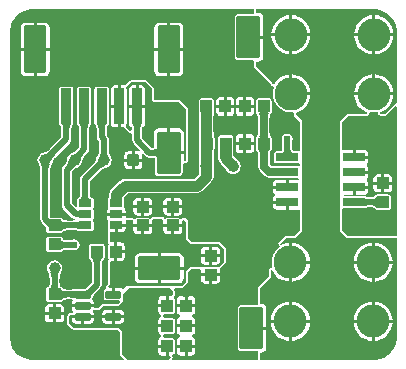
<source format=gtl>
G04*
G04 #@! TF.GenerationSoftware,Altium Limited,Altium Designer,21.2.1 (34)*
G04*
G04 Layer_Physical_Order=1*
G04 Layer_Color=255*
%FSLAX25Y25*%
%MOIN*%
G70*
G04*
G04 #@! TF.SameCoordinates,AE92AA6D-A1AF-4C4E-97E0-57C7D8E8F249*
G04*
G04*
G04 #@! TF.FilePolarity,Positive*
G04*
G01*
G75*
G04:AMPARAMS|DCode=16|XSize=43.31mil|YSize=39.37mil|CornerRadius=2.95mil|HoleSize=0mil|Usage=FLASHONLY|Rotation=90.000|XOffset=0mil|YOffset=0mil|HoleType=Round|Shape=RoundedRectangle|*
%AMROUNDEDRECTD16*
21,1,0.04331,0.03347,0,0,90.0*
21,1,0.03740,0.03937,0,0,90.0*
1,1,0.00591,0.01673,0.01870*
1,1,0.00591,0.01673,-0.01870*
1,1,0.00591,-0.01673,-0.01870*
1,1,0.00591,-0.01673,0.01870*
%
%ADD16ROUNDEDRECTD16*%
G04:AMPARAMS|DCode=17|XSize=43.31mil|YSize=39.37mil|CornerRadius=2.95mil|HoleSize=0mil|Usage=FLASHONLY|Rotation=0.000|XOffset=0mil|YOffset=0mil|HoleType=Round|Shape=RoundedRectangle|*
%AMROUNDEDRECTD17*
21,1,0.04331,0.03347,0,0,0.0*
21,1,0.03740,0.03937,0,0,0.0*
1,1,0.00591,0.01870,-0.01673*
1,1,0.00591,-0.01870,-0.01673*
1,1,0.00591,-0.01870,0.01673*
1,1,0.00591,0.01870,0.01673*
%
%ADD17ROUNDEDRECTD17*%
G04:AMPARAMS|DCode=18|XSize=43.31mil|YSize=39.37mil|CornerRadius=3.94mil|HoleSize=0mil|Usage=FLASHONLY|Rotation=180.000|XOffset=0mil|YOffset=0mil|HoleType=Round|Shape=RoundedRectangle|*
%AMROUNDEDRECTD18*
21,1,0.04331,0.03150,0,0,180.0*
21,1,0.03543,0.03937,0,0,180.0*
1,1,0.00787,-0.01772,0.01575*
1,1,0.00787,0.01772,0.01575*
1,1,0.00787,0.01772,-0.01575*
1,1,0.00787,-0.01772,-0.01575*
%
%ADD18ROUNDEDRECTD18*%
G04:AMPARAMS|DCode=19|XSize=43.31mil|YSize=39.37mil|CornerRadius=3.94mil|HoleSize=0mil|Usage=FLASHONLY|Rotation=90.000|XOffset=0mil|YOffset=0mil|HoleType=Round|Shape=RoundedRectangle|*
%AMROUNDEDRECTD19*
21,1,0.04331,0.03150,0,0,90.0*
21,1,0.03543,0.03937,0,0,90.0*
1,1,0.00787,0.01575,0.01772*
1,1,0.00787,0.01575,-0.01772*
1,1,0.00787,-0.01575,-0.01772*
1,1,0.00787,-0.01575,0.01772*
%
%ADD19ROUNDEDRECTD19*%
G04:AMPARAMS|DCode=20|XSize=74.8mil|YSize=157.48mil|CornerRadius=5.61mil|HoleSize=0mil|Usage=FLASHONLY|Rotation=0.000|XOffset=0mil|YOffset=0mil|HoleType=Round|Shape=RoundedRectangle|*
%AMROUNDEDRECTD20*
21,1,0.07480,0.14626,0,0,0.0*
21,1,0.06358,0.15748,0,0,0.0*
1,1,0.01122,0.03179,-0.07313*
1,1,0.01122,-0.03179,-0.07313*
1,1,0.01122,-0.03179,0.07313*
1,1,0.01122,0.03179,0.07313*
%
%ADD20ROUNDEDRECTD20*%
G04:AMPARAMS|DCode=21|XSize=35.43mil|YSize=118.11mil|CornerRadius=2.66mil|HoleSize=0mil|Usage=FLASHONLY|Rotation=0.000|XOffset=0mil|YOffset=0mil|HoleType=Round|Shape=RoundedRectangle|*
%AMROUNDEDRECTD21*
21,1,0.03543,0.11280,0,0,0.0*
21,1,0.03012,0.11811,0,0,0.0*
1,1,0.00532,0.01506,-0.05640*
1,1,0.00532,-0.01506,-0.05640*
1,1,0.00532,-0.01506,0.05640*
1,1,0.00532,0.01506,0.05640*
%
%ADD21ROUNDEDRECTD21*%
G04:AMPARAMS|DCode=22|XSize=23.62mil|YSize=43.31mil|CornerRadius=2.01mil|HoleSize=0mil|Usage=FLASHONLY|Rotation=270.000|XOffset=0mil|YOffset=0mil|HoleType=Round|Shape=RoundedRectangle|*
%AMROUNDEDRECTD22*
21,1,0.02362,0.03929,0,0,270.0*
21,1,0.01961,0.04331,0,0,270.0*
1,1,0.00402,-0.01965,-0.00980*
1,1,0.00402,-0.01965,0.00980*
1,1,0.00402,0.01965,0.00980*
1,1,0.00402,0.01965,-0.00980*
%
%ADD22ROUNDEDRECTD22*%
G04:AMPARAMS|DCode=23|XSize=28.35mil|YSize=74.8mil|CornerRadius=2.13mil|HoleSize=0mil|Usage=FLASHONLY|Rotation=270.000|XOffset=0mil|YOffset=0mil|HoleType=Round|Shape=RoundedRectangle|*
%AMROUNDEDRECTD23*
21,1,0.02835,0.07055,0,0,270.0*
21,1,0.02410,0.07480,0,0,270.0*
1,1,0.00425,-0.03528,-0.01205*
1,1,0.00425,-0.03528,0.01205*
1,1,0.00425,0.03528,0.01205*
1,1,0.00425,0.03528,-0.01205*
%
%ADD23ROUNDEDRECTD23*%
G04:AMPARAMS|DCode=24|XSize=24.8mil|YSize=51.18mil|CornerRadius=1.86mil|HoleSize=0mil|Usage=FLASHONLY|Rotation=90.000|XOffset=0mil|YOffset=0mil|HoleType=Round|Shape=RoundedRectangle|*
%AMROUNDEDRECTD24*
21,1,0.02480,0.04746,0,0,90.0*
21,1,0.02108,0.05118,0,0,90.0*
1,1,0.00372,0.02373,0.01054*
1,1,0.00372,0.02373,-0.01054*
1,1,0.00372,-0.02373,-0.01054*
1,1,0.00372,-0.02373,0.01054*
%
%ADD24ROUNDEDRECTD24*%
%ADD25C,0.03937*%
G04:AMPARAMS|DCode=26|XSize=39.37mil|YSize=39.37mil|CornerRadius=3.94mil|HoleSize=0mil|Usage=FLASHONLY|Rotation=90.000|XOffset=0mil|YOffset=0mil|HoleType=Round|Shape=RoundedRectangle|*
%AMROUNDEDRECTD26*
21,1,0.03937,0.03150,0,0,90.0*
21,1,0.03150,0.03937,0,0,90.0*
1,1,0.00787,0.01575,0.01575*
1,1,0.00787,0.01575,-0.01575*
1,1,0.00787,-0.01575,-0.01575*
1,1,0.00787,-0.01575,0.01575*
%
%ADD26ROUNDEDRECTD26*%
G04:AMPARAMS|DCode=27|XSize=141.73mil|YSize=78.74mil|CornerRadius=5.91mil|HoleSize=0mil|Usage=FLASHONLY|Rotation=90.000|XOffset=0mil|YOffset=0mil|HoleType=Round|Shape=RoundedRectangle|*
%AMROUNDEDRECTD27*
21,1,0.14173,0.06693,0,0,90.0*
21,1,0.12992,0.07874,0,0,90.0*
1,1,0.01181,0.03347,0.06496*
1,1,0.01181,0.03347,-0.06496*
1,1,0.01181,-0.03347,-0.06496*
1,1,0.01181,-0.03347,0.06496*
%
%ADD27ROUNDEDRECTD27*%
G04:AMPARAMS|DCode=28|XSize=141.73mil|YSize=78.74mil|CornerRadius=5.91mil|HoleSize=0mil|Usage=FLASHONLY|Rotation=0.000|XOffset=0mil|YOffset=0mil|HoleType=Round|Shape=RoundedRectangle|*
%AMROUNDEDRECTD28*
21,1,0.14173,0.06693,0,0,0.0*
21,1,0.12992,0.07874,0,0,0.0*
1,1,0.01181,0.06496,-0.03347*
1,1,0.01181,-0.06496,-0.03347*
1,1,0.01181,-0.06496,0.03347*
1,1,0.01181,0.06496,0.03347*
%
%ADD28ROUNDEDRECTD28*%
%ADD43C,0.02000*%
%ADD44C,0.03500*%
%ADD45C,0.02500*%
%ADD46C,0.11024*%
%ADD47C,0.02400*%
G36*
X124077Y119890D02*
X125585Y119590D01*
X127005Y119002D01*
X128283Y118148D01*
X129370Y117061D01*
X130224Y115783D01*
X130812Y114363D01*
X131112Y112855D01*
X131112Y112086D01*
X131112Y112086D01*
X131112Y112086D01*
X131117Y88894D01*
X127171Y84949D01*
X125679D01*
X125604Y85449D01*
X125974Y85561D01*
X127105Y86166D01*
X128097Y86979D01*
X128911Y87971D01*
X129516Y89102D01*
X129888Y90330D01*
X129964Y91106D01*
X123470D01*
X116976D01*
X117053Y90330D01*
X117425Y89102D01*
X118030Y87971D01*
X118843Y86979D01*
X119835Y86166D01*
X120966Y85561D01*
X121336Y85449D01*
X121262Y84949D01*
X114671D01*
X112171Y82449D01*
Y45949D01*
X114671Y43449D01*
X131125D01*
X131132Y10689D01*
X131112Y10590D01*
X131112Y9823D01*
X130812Y8315D01*
X130224Y6895D01*
X129370Y5617D01*
X128283Y4530D01*
X127005Y3676D01*
X125585Y3088D01*
X124077Y2788D01*
X123309D01*
X85671Y2788D01*
Y5331D01*
X86018D01*
X86638Y5454D01*
X87164Y5806D01*
X87516Y6332D01*
X87639Y6953D01*
Y12949D01*
X82671D01*
Y13949D01*
X87639D01*
Y19945D01*
X87516Y20565D01*
X87164Y21091D01*
X86638Y21443D01*
X86018Y21566D01*
X85671D01*
Y26949D01*
X89171Y30449D01*
Y32771D01*
X89389Y32854D01*
X89671Y32860D01*
X90231Y31813D01*
X91044Y30822D01*
X92036Y30008D01*
X93167Y29403D01*
X94394Y29031D01*
X95171Y28955D01*
Y35449D01*
Y41943D01*
X94394Y41866D01*
X93167Y41494D01*
X92644Y41214D01*
X92343Y41620D01*
X94171Y43449D01*
X97171D01*
X99671Y45949D01*
Y82449D01*
X97383Y84737D01*
X97524Y85303D01*
X98376Y85561D01*
X99507Y86166D01*
X100499Y86979D01*
X101312Y87971D01*
X101917Y89102D01*
X102289Y90330D01*
X102366Y91106D01*
X95872D01*
Y91606D01*
X95372D01*
Y98100D01*
X94595Y98024D01*
X93368Y97651D01*
X92237Y97047D01*
X91245Y96233D01*
X90431Y95241D01*
X90171Y94755D01*
X89671Y94880D01*
Y95449D01*
X84171Y100949D01*
Y102331D01*
X85018D01*
X85638Y102454D01*
X86164Y102806D01*
X86516Y103332D01*
X86639Y103953D01*
Y109949D01*
X81671D01*
Y110949D01*
X86639D01*
Y116945D01*
X86516Y117565D01*
X86164Y118091D01*
X85638Y118443D01*
X85018Y118566D01*
X84171D01*
Y119890D01*
X123309Y119890D01*
X124077Y119890D01*
D02*
G37*
G36*
X131117Y87323D02*
X131125Y44452D01*
X130772Y44098D01*
X114940D01*
X112820Y46218D01*
Y53075D01*
X113321Y53424D01*
X113366Y53415D01*
X120421D01*
X120566Y53444D01*
X120571Y53442D01*
X120574Y53441D01*
X120598Y53451D01*
X120647Y53461D01*
X120689Y53451D01*
X120729Y53477D01*
X120738Y53478D01*
X120857Y53558D01*
X121033Y53631D01*
X121034Y53633D01*
X121046Y53662D01*
X121053Y53665D01*
X121137Y53690D01*
X121257Y53715D01*
X122301Y53797D01*
X122410Y53798D01*
X122600Y53792D01*
X122837Y53771D01*
X123049Y53736D01*
X123235Y53690D01*
X123398Y53634D01*
X123537Y53570D01*
X123654Y53498D01*
X123754Y53420D01*
X123839Y53334D01*
X123937Y53206D01*
X123977Y53183D01*
X123994Y53141D01*
X124112Y53092D01*
X124341Y52939D01*
X124728Y52862D01*
X128272D01*
X128659Y52939D01*
X128988Y53159D01*
X129208Y53488D01*
X129285Y53876D01*
Y57025D01*
X129208Y57413D01*
X128988Y57742D01*
X128659Y57961D01*
X128272Y58038D01*
X124728D01*
X124341Y57961D01*
X124112Y57809D01*
X123994Y57760D01*
X123977Y57718D01*
X123937Y57695D01*
X123839Y57566D01*
X123753Y57480D01*
X123654Y57401D01*
X123536Y57330D01*
X123397Y57265D01*
X123235Y57209D01*
X123048Y57163D01*
X122836Y57128D01*
X122600Y57107D01*
X122462Y57103D01*
X121974Y57113D01*
X121459Y57153D01*
X121277Y57179D01*
X121136Y57208D01*
X121052Y57234D01*
X121046Y57236D01*
X121034Y57264D01*
X121033Y57266D01*
X120857Y57339D01*
X120738Y57419D01*
X120728Y57421D01*
X120689Y57446D01*
X120647Y57437D01*
X120598Y57447D01*
X120574Y57456D01*
X120572Y57455D01*
X120566Y57453D01*
X120421Y57482D01*
X113676D01*
X113519Y57668D01*
X113672Y57985D01*
X113700Y58008D01*
X116393D01*
Y60449D01*
X116893D01*
Y60949D01*
X121657D01*
Y61653D01*
X121563Y62126D01*
X121295Y62528D01*
X121084Y62669D01*
Y63229D01*
X121295Y63370D01*
X121563Y63771D01*
X121657Y64244D01*
Y64949D01*
X116893D01*
Y65949D01*
X121657D01*
Y66653D01*
X121563Y67127D01*
X121295Y67528D01*
X121084Y67668D01*
Y68229D01*
X121295Y68370D01*
X121563Y68771D01*
X121657Y69244D01*
Y69949D01*
X116893D01*
Y70449D01*
X116393D01*
Y72890D01*
X113366D01*
X113321Y72881D01*
X112820Y73291D01*
Y82180D01*
X114940Y84299D01*
X121262D01*
X121451Y84377D01*
X121649Y84427D01*
X121675Y84470D01*
X121721Y84489D01*
X121800Y84678D01*
X121905Y84853D01*
X121950Y85158D01*
X122162Y85438D01*
X122441Y85566D01*
X123470Y85465D01*
X124500Y85566D01*
X124778Y85438D01*
X124991Y85158D01*
X125036Y84853D01*
X125141Y84678D01*
X125219Y84489D01*
X125266Y84470D01*
X125292Y84427D01*
X125490Y84377D01*
X125679Y84299D01*
X127171D01*
X127630Y84489D01*
X130655Y87514D01*
X131117Y87323D01*
D02*
G37*
G36*
X88558Y85235D02*
X88451Y85099D01*
X88357Y84927D01*
X88276Y84721D01*
X88207Y84480D01*
X88150Y84205D01*
X88106Y83894D01*
X88056Y83167D01*
X88050Y82751D01*
X85550D01*
X85544Y83167D01*
X85493Y83893D01*
X85449Y84204D01*
X85393Y84480D01*
X85324Y84721D01*
X85242Y84927D01*
X85148Y85098D01*
X85041Y85234D01*
X84922Y85336D01*
X88677D01*
X88558Y85235D01*
D02*
G37*
G36*
X88056Y79236D02*
X88146Y78180D01*
X88200Y77900D01*
X88266Y77657D01*
X88344Y77450D01*
X88433Y77280D01*
X88535Y77145D01*
X88649Y77047D01*
X84949D01*
X85063Y77145D01*
X85166Y77280D01*
X85256Y77451D01*
X85334Y77658D01*
X85400Y77901D01*
X85454Y78181D01*
X85496Y78496D01*
X85544Y79236D01*
X85550Y79661D01*
X88050D01*
X88056Y79236D01*
D02*
G37*
G36*
X83522Y118566D02*
X83249Y118159D01*
X78325D01*
X77860Y118066D01*
X77466Y117803D01*
X77203Y117409D01*
X77111Y116945D01*
Y103953D01*
X77203Y103488D01*
X77466Y103094D01*
X77860Y102831D01*
X78325Y102739D01*
X83249D01*
X83522Y102331D01*
Y100949D01*
X83712Y100489D01*
X89022Y95180D01*
Y94880D01*
X89088Y94719D01*
X89114Y94546D01*
X89180Y94497D01*
X89212Y94421D01*
X89373Y94354D01*
X89513Y94250D01*
X89757Y94189D01*
X89793Y94170D01*
X90085Y93714D01*
X90100Y93632D01*
X89849Y92804D01*
X89731Y91606D01*
X89849Y90408D01*
X90198Y89256D01*
X90766Y88194D01*
X91529Y87264D01*
X92460Y86500D01*
X93522Y85932D01*
X94674Y85583D01*
X95872Y85465D01*
X96393Y85516D01*
X96792Y85053D01*
X96753Y84895D01*
X96765Y84813D01*
X96733Y84737D01*
X96800Y84576D01*
X96826Y84403D01*
X96892Y84354D01*
X96923Y84278D01*
X99022Y82180D01*
Y72667D01*
X98522Y72400D01*
X98494Y72419D01*
X98177Y72482D01*
X96781D01*
X96740Y72504D01*
X96626Y72516D01*
X96605Y72524D01*
X96586Y72536D01*
X96552Y72573D01*
X96503Y72654D01*
X96448Y72790D01*
X96397Y72982D01*
X96356Y73228D01*
X96330Y73525D01*
X96320Y73887D01*
X96302Y73928D01*
Y75650D01*
X96367Y75746D01*
X96506Y76449D01*
X96367Y77151D01*
X95969Y77746D01*
X95373Y78144D01*
X94671Y78284D01*
X93969Y78144D01*
X93373Y77746D01*
X92975Y77151D01*
X92836Y76449D01*
X92975Y75746D01*
X93040Y75650D01*
Y73928D01*
X93022Y73887D01*
X93012Y73525D01*
X92986Y73228D01*
X92945Y72982D01*
X92894Y72790D01*
X92839Y72654D01*
X92790Y72573D01*
X92756Y72536D01*
X92737Y72524D01*
X92716Y72516D01*
X92603Y72504D01*
X92561Y72482D01*
X91122D01*
X90804Y72419D01*
X90536Y72239D01*
X90356Y71970D01*
X90293Y71653D01*
Y69244D01*
X90356Y68927D01*
X90536Y68658D01*
X90804Y68479D01*
X91122Y68415D01*
X98177D01*
X98494Y68479D01*
X98522Y68497D01*
X99022Y68230D01*
Y67667D01*
X98522Y67400D01*
X98494Y67419D01*
X98177Y67482D01*
X94584D01*
X94482Y67502D01*
X94380Y67482D01*
X91122D01*
X90976Y67453D01*
X90968Y67456D01*
X90953Y67450D01*
X90937Y67456D01*
X89404Y67383D01*
X88786Y68001D01*
Y70294D01*
X88799Y70324D01*
X88819Y71137D01*
X88875Y71772D01*
X88913Y72010D01*
X88957Y72204D01*
X89002Y72343D01*
X89038Y72422D01*
X89048Y72438D01*
X89086Y72473D01*
X89093Y72488D01*
X89108Y72494D01*
X89157Y72612D01*
X89310Y72841D01*
X89387Y73228D01*
Y76772D01*
X89310Y77159D01*
X89157Y77388D01*
X89108Y77506D01*
X89085Y77516D01*
X89073Y77539D01*
X89012Y77592D01*
X88983Y77629D01*
X88937Y77717D01*
X88885Y77857D01*
X88833Y78047D01*
X88790Y78269D01*
X88705Y79268D01*
X88699Y79670D01*
X88686Y79700D01*
Y82711D01*
X88699Y82741D01*
X88705Y83140D01*
X88753Y83826D01*
X88791Y84094D01*
X88838Y84326D01*
X88891Y84512D01*
X88946Y84651D01*
X88995Y84740D01*
X89029Y84783D01*
X89097Y84841D01*
X89110Y84866D01*
X89136Y84877D01*
X89185Y84995D01*
X89316Y85191D01*
X89385Y85540D01*
Y89280D01*
X89316Y89630D01*
X89118Y89926D01*
X88822Y90124D01*
X88472Y90193D01*
X85126D01*
X84777Y90124D01*
X84481Y89926D01*
X84283Y89630D01*
X84213Y89280D01*
Y85540D01*
X84283Y85191D01*
X84414Y84995D01*
X84462Y84877D01*
X84488Y84866D01*
X84501Y84841D01*
X84570Y84782D01*
X84604Y84739D01*
X84654Y84650D01*
X84708Y84511D01*
X84762Y84325D01*
X84809Y84093D01*
X84847Y83825D01*
X84895Y83140D01*
X84901Y82741D01*
X84914Y82711D01*
Y79700D01*
X84901Y79670D01*
X84895Y79262D01*
X84849Y78560D01*
X84813Y78285D01*
X84767Y78048D01*
X84715Y77858D01*
X84662Y77718D01*
X84616Y77630D01*
X84587Y77592D01*
X84525Y77539D01*
X84514Y77516D01*
X84490Y77506D01*
X84441Y77388D01*
X84288Y77159D01*
X84211Y76772D01*
Y73228D01*
X84288Y72841D01*
X84441Y72612D01*
X84490Y72494D01*
X84520Y72482D01*
X84535Y72453D01*
X84621Y72382D01*
X84669Y72324D01*
X84727Y72226D01*
X84788Y72083D01*
X84847Y71896D01*
X84900Y71665D01*
X84941Y71400D01*
X84994Y70721D01*
X85001Y70328D01*
X85014Y70298D01*
Y67220D01*
X85157Y66498D01*
X85566Y65886D01*
X87337Y64115D01*
X87949Y63706D01*
X88596Y63577D01*
X88661Y63549D01*
X90344Y63522D01*
X90676Y63499D01*
X90740Y63490D01*
X90782Y63480D01*
X90798Y63483D01*
X90804Y63478D01*
X90945Y63451D01*
X90968Y63441D01*
X90976Y63444D01*
X91122Y63415D01*
X98177D01*
X98456Y63158D01*
X98199Y62911D01*
X98121Y62890D01*
X95149D01*
Y60449D01*
X94649D01*
Y59949D01*
X89885D01*
Y59244D01*
X89979Y58771D01*
X90247Y58370D01*
X90458Y58229D01*
Y57669D01*
X90247Y57528D01*
X89979Y57126D01*
X89885Y56653D01*
Y55949D01*
X94649D01*
Y55449D01*
X95149D01*
Y53008D01*
X98177D01*
X98522Y53076D01*
X99022Y52795D01*
Y46218D01*
X96902Y44098D01*
X94171D01*
X93712Y43908D01*
X91883Y42079D01*
X91805Y41891D01*
X91700Y41715D01*
X91712Y41667D01*
X91693Y41620D01*
X91771Y41431D01*
X91821Y41233D01*
X92010Y40979D01*
X92115Y40800D01*
X91982Y40328D01*
X91329Y39791D01*
X90565Y38861D01*
X89997Y37799D01*
X89648Y36647D01*
X89530Y35449D01*
X89648Y34251D01*
X89731Y33976D01*
X89374Y33503D01*
X89270Y33457D01*
X89156Y33460D01*
X88939Y33377D01*
X88839Y33283D01*
X88712Y33230D01*
X88666Y33118D01*
X88578Y33035D01*
X88574Y32898D01*
X88522Y32771D01*
Y30718D01*
X85212Y27408D01*
X85022Y26949D01*
Y21566D01*
X84749Y21159D01*
X79325D01*
X78860Y21066D01*
X78466Y20803D01*
X78203Y20409D01*
X78111Y19945D01*
Y6953D01*
X78203Y6488D01*
X78466Y6094D01*
X78860Y5831D01*
X79325Y5739D01*
X84749D01*
X85022Y5331D01*
Y2788D01*
X56359D01*
X56168Y3250D01*
X56215Y3297D01*
X56265Y3416D01*
X56356Y3508D01*
Y3637D01*
X56405Y3756D01*
X56356Y3875D01*
Y4005D01*
X56285Y4175D01*
X56569Y4738D01*
X56584Y4741D01*
X56913Y4961D01*
X57132Y5289D01*
X57209Y5677D01*
Y9220D01*
X57132Y9608D01*
X56913Y9937D01*
X56584Y10156D01*
X56196Y10233D01*
X53734D01*
X53331Y10569D01*
Y11079D01*
X53734Y11414D01*
X56196D01*
X56584Y11491D01*
X56913Y11711D01*
X57132Y12039D01*
X57209Y12427D01*
Y15970D01*
X57132Y16358D01*
X56913Y16687D01*
X56584Y16906D01*
X56196Y16984D01*
X53734D01*
X53331Y17319D01*
Y17829D01*
X53734Y18164D01*
X56196D01*
X56584Y18241D01*
X56913Y18461D01*
X57132Y18789D01*
X57209Y19177D01*
Y22720D01*
X57132Y23108D01*
X56913Y23437D01*
X56889Y23996D01*
X56914Y24038D01*
X56959Y24056D01*
X57038Y24246D01*
X57143Y24423D01*
X57131Y24470D01*
X57149Y24516D01*
Y26000D01*
X57004Y26351D01*
X57221Y26851D01*
X59500D01*
X59959Y27041D01*
X61459Y28541D01*
X61650Y29000D01*
X61649Y32231D01*
X62769Y33351D01*
X65579D01*
X65861Y33007D01*
X65878Y32851D01*
Y31799D01*
X69071D01*
X72264D01*
Y32874D01*
X72156Y33415D01*
X72459Y33541D01*
X73959Y35041D01*
X74149Y35500D01*
X74149Y40000D01*
X73959Y40459D01*
X72459Y41959D01*
X72000Y42149D01*
X62769Y42149D01*
X61650Y43269D01*
X61649Y49000D01*
X61538Y49269D01*
X61459Y49459D01*
X60804Y50114D01*
X60769Y50129D01*
X60751Y50161D01*
X60544Y50222D01*
X60345Y50304D01*
X60310Y50290D01*
X60274Y50301D01*
X60046Y50275D01*
X59881Y50185D01*
X59700Y50128D01*
X59571Y50020D01*
X58988Y49992D01*
X58659Y50212D01*
X58272Y50289D01*
X54728D01*
X54341Y50212D01*
X54012Y49992D01*
X53593Y50265D01*
X53502Y50387D01*
X53459Y50413D01*
X53440Y50459D01*
X53251Y50538D01*
X53075Y50643D01*
X53027Y50630D01*
X52981Y50649D01*
X50019D01*
X49973Y50630D01*
X49924Y50643D01*
X49749Y50538D01*
X49560Y50459D01*
X49541Y50413D01*
X49498Y50387D01*
X49407Y50265D01*
X48988Y49992D01*
X48659Y50212D01*
X48272Y50289D01*
X44728D01*
X44341Y50212D01*
X44057Y50022D01*
X43582Y49959D01*
X43380Y50043D01*
X43187Y50146D01*
X43154Y50137D01*
X43123Y50149D01*
X41224D01*
X40883Y50393D01*
X40778Y50594D01*
Y50949D01*
X37589D01*
X34400D01*
Y50469D01*
X34493Y50000D01*
X34759Y49603D01*
X34870Y49002D01*
X34808Y48689D01*
Y46729D01*
X34870Y46416D01*
X34909Y46359D01*
X35046Y46139D01*
X34995Y45663D01*
X34871Y45181D01*
X34883Y45097D01*
X34851Y45019D01*
Y42335D01*
X34863Y42304D01*
X34854Y42272D01*
X34957Y42078D01*
X35041Y41876D01*
X35142Y41401D01*
X34954Y41120D01*
X34884Y40771D01*
Y37031D01*
X34954Y36681D01*
X35142Y36400D01*
X35041Y35925D01*
X34957Y35723D01*
X34854Y35530D01*
X34863Y35497D01*
X34851Y35466D01*
Y28269D01*
X34455Y27873D01*
X34405Y27754D01*
X34314Y27663D01*
Y27534D01*
X34265Y27414D01*
X34314Y27295D01*
Y27166D01*
X34364Y27044D01*
X34325Y26895D01*
X34048Y26507D01*
X33927Y26483D01*
X33667Y26310D01*
X33493Y26050D01*
X33432Y25743D01*
Y23635D01*
X33493Y23328D01*
X33667Y23068D01*
X33927Y22894D01*
X34233Y22833D01*
X38708D01*
X38915Y22333D01*
X38231Y21649D01*
X33500D01*
X33041Y21459D01*
X31731Y20149D01*
X30118D01*
Y20449D01*
X26536D01*
X22953D01*
Y19895D01*
X23045Y19432D01*
X23307Y19039D01*
X23336Y18924D01*
X23063Y18505D01*
X22893Y18474D01*
X22702Y18553D01*
X22573D01*
X22453Y18603D01*
X22334Y18553D01*
X22205D01*
X22114Y18462D01*
X21994Y18413D01*
X21541Y17959D01*
X21350Y17500D01*
X21351Y15000D01*
X21541Y14541D01*
X23041Y13041D01*
X23500Y12851D01*
X38231D01*
X38851Y12231D01*
Y5000D01*
X39041Y4541D01*
X40332Y3250D01*
X40141Y2788D01*
X10171Y2788D01*
X10071Y2788D01*
X10071Y2788D01*
X10071Y2788D01*
X9287D01*
X7749Y3094D01*
X6300Y3694D01*
X4996Y4565D01*
X3887Y5674D01*
X3016Y6978D01*
X2416Y8427D01*
X2110Y9965D01*
Y10749D01*
Y111929D01*
Y112713D01*
X2416Y114251D01*
X3016Y115700D01*
X3887Y117004D01*
X4996Y118113D01*
X6300Y118984D01*
X7749Y119584D01*
X9287Y119890D01*
X10171D01*
X83522Y119890D01*
Y118566D01*
D02*
G37*
G36*
X95681Y73488D02*
X95711Y73146D01*
X95761Y72844D01*
X95831Y72583D01*
X95921Y72361D01*
X96031Y72180D01*
X96161Y72040D01*
X96311Y71939D01*
X96481Y71879D01*
X96671Y71859D01*
X92671D01*
X92861Y71879D01*
X93031Y71939D01*
X93181Y72040D01*
X93311Y72180D01*
X93421Y72361D01*
X93511Y72583D01*
X93581Y72844D01*
X93631Y73146D01*
X93661Y73488D01*
X93671Y73870D01*
X95671D01*
X95681Y73488D01*
D02*
G37*
G36*
X88554Y72867D02*
X88469Y72742D01*
X88395Y72578D01*
X88330Y72375D01*
X88275Y72133D01*
X88230Y71852D01*
X88170Y71174D01*
X88150Y70339D01*
X85650D01*
X85643Y70752D01*
X85587Y71476D01*
X85538Y71787D01*
X85475Y72066D01*
X85398Y72310D01*
X85307Y72521D01*
X85202Y72699D01*
X85082Y72843D01*
X84949Y72953D01*
X88649D01*
X88554Y72867D01*
D02*
G37*
G36*
X90968Y64090D02*
X90937Y64111D01*
X90862Y64129D01*
X90742Y64146D01*
X90371Y64172D01*
X88671Y64199D01*
Y66699D01*
X90968Y66807D01*
Y64090D01*
D02*
G37*
G36*
X124453Y53600D02*
X124330Y53762D01*
X124187Y53906D01*
X124025Y54033D01*
X123843Y54144D01*
X123641Y54237D01*
X123420Y54314D01*
X123179Y54373D01*
X122919Y54416D01*
X122639Y54441D01*
X122416Y54447D01*
X122273Y54446D01*
X121165Y54360D01*
X120976Y54320D01*
X120822Y54274D01*
X120704Y54220D01*
X120622Y54159D01*
X120574Y54090D01*
Y56807D01*
X120622Y56739D01*
X120704Y56678D01*
X120822Y56625D01*
X120975Y56578D01*
X121164Y56539D01*
X121388Y56507D01*
X121942Y56464D01*
X122465Y56453D01*
X122638Y56458D01*
X122918Y56484D01*
X123179Y56526D01*
X123419Y56586D01*
X123640Y56662D01*
X123842Y56756D01*
X124024Y56866D01*
X124187Y56994D01*
X124330Y57139D01*
X124453Y57300D01*
Y53600D01*
D02*
G37*
G36*
X52981Y50000D02*
X53352Y49500D01*
X53307Y49276D01*
Y48201D01*
X59693D01*
Y49276D01*
X60117Y49630D01*
X60345Y49655D01*
X61000Y49000D01*
X61000Y43000D01*
X62500Y41500D01*
X72000Y41500D01*
X73500Y40000D01*
X73500Y35500D01*
X72000Y34000D01*
X62500Y34000D01*
X61000Y32500D01*
X61000Y29000D01*
X59500Y27500D01*
X41000Y27500D01*
X40301Y26801D01*
X39841Y26601D01*
X39604Y26752D01*
X39442Y26860D01*
X38980Y26952D01*
X37106D01*
Y24689D01*
X36107D01*
Y26952D01*
X35105D01*
X34914Y27414D01*
X35500Y28000D01*
Y35466D01*
X35797Y35710D01*
X36970D01*
Y38901D01*
Y42091D01*
X35797D01*
X35500Y42335D01*
Y45019D01*
X35624Y45501D01*
X35998Y45504D01*
X37089D01*
Y47709D01*
X37589D01*
Y48209D01*
X40778D01*
Y48689D01*
X40716Y49000D01*
X41012Y49500D01*
X43123D01*
X43307Y49276D01*
Y48201D01*
X49693D01*
Y49276D01*
X49648Y49500D01*
X50019Y50000D01*
X52981D01*
D02*
G37*
G36*
X56500Y26000D02*
Y24516D01*
X56000Y24141D01*
X55121D01*
Y20949D01*
X54621D01*
Y20449D01*
X51626D01*
Y19177D01*
X51734Y18633D01*
X52042Y18172D01*
X52503Y17864D01*
X52682Y17829D01*
Y17319D01*
X52503Y17283D01*
X52042Y16975D01*
X51734Y16514D01*
X51626Y15970D01*
Y14699D01*
X54621D01*
Y13699D01*
X51626D01*
Y12427D01*
X51734Y11883D01*
X52042Y11422D01*
X52503Y11114D01*
X52682Y11079D01*
Y10569D01*
X52503Y10533D01*
X52042Y10225D01*
X51734Y9764D01*
X51626Y9220D01*
Y7949D01*
X54621D01*
Y7449D01*
X55121D01*
Y4256D01*
X55549D01*
X55756Y3756D01*
X55000Y3000D01*
X41500Y3000D01*
X39500Y5000D01*
Y12500D01*
X38500Y13500D01*
X23500D01*
X22000Y15000D01*
X22000Y17500D01*
X22453Y17953D01*
X22953Y17746D01*
Y17708D01*
X26536D01*
X30118D01*
Y18263D01*
X30026Y18725D01*
X29842Y19000D01*
X29988Y19404D01*
X30064Y19500D01*
X32000D01*
X33500Y21000D01*
X38500D01*
X40000Y22500D01*
Y25000D01*
X41851Y26851D01*
X55650Y26851D01*
X56500Y26000D01*
D02*
G37*
%LPC*%
G36*
X123970Y117785D02*
Y111791D01*
X129964D01*
X129888Y112568D01*
X129516Y113795D01*
X128911Y114926D01*
X128097Y115918D01*
X127105Y116732D01*
X125974Y117336D01*
X124747Y117709D01*
X123970Y117785D01*
D02*
G37*
G36*
X122970Y117785D02*
X122194Y117709D01*
X120966Y117336D01*
X119835Y116732D01*
X118843Y115918D01*
X118030Y114926D01*
X117425Y113795D01*
X117053Y112568D01*
X116976Y111791D01*
X122970D01*
Y117785D01*
D02*
G37*
G36*
X96372D02*
Y111791D01*
X102366D01*
X102289Y112568D01*
X101917Y113795D01*
X101312Y114926D01*
X100499Y115918D01*
X99507Y116732D01*
X98376Y117336D01*
X97148Y117709D01*
X96372Y117785D01*
D02*
G37*
G36*
X95372D02*
X94595Y117709D01*
X93368Y117336D01*
X92237Y116732D01*
X91245Y115918D01*
X90431Y114926D01*
X89827Y113795D01*
X89454Y112568D01*
X89378Y111791D01*
X95372D01*
Y117785D01*
D02*
G37*
G36*
X122970Y110791D02*
X116976D01*
X117053Y110015D01*
X117425Y108787D01*
X118030Y107656D01*
X118843Y106664D01*
X119835Y105851D01*
X120966Y105246D01*
X122194Y104874D01*
X122970Y104797D01*
Y110791D01*
D02*
G37*
G36*
X102366Y110791D02*
X96372D01*
Y104797D01*
X97148Y104874D01*
X98376Y105246D01*
X99507Y105851D01*
X100499Y106664D01*
X101312Y107656D01*
X101917Y108787D01*
X102289Y110015D01*
X102366Y110791D01*
D02*
G37*
G36*
X95372D02*
X89378D01*
X89454Y110015D01*
X89827Y108787D01*
X90431Y107656D01*
X91245Y106664D01*
X92237Y105851D01*
X93368Y105246D01*
X94595Y104874D01*
X95372Y104797D01*
Y110791D01*
D02*
G37*
G36*
X129964Y110791D02*
X123970D01*
Y104797D01*
X124747Y104874D01*
X125974Y105246D01*
X127105Y105851D01*
X128097Y106664D01*
X128911Y107656D01*
X129516Y108787D01*
X129888Y110015D01*
X129964Y110791D01*
D02*
G37*
G36*
X123970Y98100D02*
Y92106D01*
X129964D01*
X129888Y92883D01*
X129516Y94110D01*
X128911Y95241D01*
X128097Y96233D01*
X127105Y97047D01*
X125974Y97651D01*
X124747Y98024D01*
X123970Y98100D01*
D02*
G37*
G36*
X122970Y98100D02*
X122194Y98024D01*
X120966Y97651D01*
X119835Y97047D01*
X118843Y96233D01*
X118030Y95241D01*
X117425Y94110D01*
X117053Y92883D01*
X116976Y92106D01*
X122970D01*
Y98100D01*
D02*
G37*
G36*
X96372D02*
Y92106D01*
X102366D01*
X102289Y92883D01*
X101917Y94110D01*
X101312Y95241D01*
X100499Y96233D01*
X99507Y97047D01*
X98376Y97651D01*
X97148Y98024D01*
X96372Y98100D01*
D02*
G37*
G36*
X96171Y41943D02*
Y35949D01*
X102165D01*
X102089Y36725D01*
X101716Y37953D01*
X101112Y39084D01*
X100298Y40075D01*
X99306Y40889D01*
X98175Y41494D01*
X96948Y41866D01*
X96171Y41943D01*
D02*
G37*
G36*
X123769Y41943D02*
Y35949D01*
X129764D01*
X129687Y36725D01*
X129315Y37953D01*
X128710Y39084D01*
X127896Y40075D01*
X126905Y40889D01*
X125774Y41494D01*
X124546Y41866D01*
X123769Y41943D01*
D02*
G37*
G36*
X122769D02*
X121993Y41866D01*
X120765Y41494D01*
X119634Y40889D01*
X118643Y40075D01*
X117829Y39084D01*
X117224Y37953D01*
X116852Y36725D01*
X116775Y35949D01*
X122769D01*
Y41943D01*
D02*
G37*
G36*
Y34949D02*
X116775D01*
X116852Y34172D01*
X117224Y32945D01*
X117829Y31813D01*
X118643Y30822D01*
X119634Y30008D01*
X120765Y29403D01*
X121993Y29031D01*
X122769Y28955D01*
Y34949D01*
D02*
G37*
G36*
X129764D02*
X123769D01*
Y28955D01*
X124546Y29031D01*
X125774Y29403D01*
X126905Y30008D01*
X127896Y30822D01*
X128710Y31813D01*
X129315Y32945D01*
X129687Y34172D01*
X129764Y34949D01*
D02*
G37*
G36*
X102165Y34949D02*
X96171D01*
Y28955D01*
X96948Y29031D01*
X98175Y29403D01*
X99306Y30008D01*
X100298Y30822D01*
X101112Y31813D01*
X101716Y32945D01*
X102089Y34172D01*
X102165Y34949D01*
D02*
G37*
G36*
X96171Y22258D02*
Y16264D01*
X102165D01*
X102089Y17040D01*
X101716Y18268D01*
X101112Y19399D01*
X100298Y20390D01*
X99306Y21204D01*
X98175Y21809D01*
X96948Y22181D01*
X96171Y22258D01*
D02*
G37*
G36*
X95171Y22258D02*
X94394Y22181D01*
X93167Y21809D01*
X92036Y21204D01*
X91044Y20390D01*
X90231Y19399D01*
X89626Y18268D01*
X89253Y17040D01*
X89177Y16264D01*
X95171D01*
Y22258D01*
D02*
G37*
G36*
X123769D02*
Y16264D01*
X129764D01*
X129687Y17040D01*
X129315Y18268D01*
X128710Y19399D01*
X127896Y20390D01*
X126905Y21204D01*
X125774Y21809D01*
X124546Y22181D01*
X123769Y22258D01*
D02*
G37*
G36*
X122769D02*
X121993Y22181D01*
X120765Y21809D01*
X119634Y21204D01*
X118643Y20390D01*
X117829Y19399D01*
X117224Y18268D01*
X116852Y17040D01*
X116775Y16264D01*
X122769D01*
Y22258D01*
D02*
G37*
G36*
X95171Y15264D02*
X89177D01*
X89253Y14487D01*
X89626Y13260D01*
X90231Y12128D01*
X91044Y11137D01*
X92036Y10323D01*
X93167Y9718D01*
X94394Y9346D01*
X95171Y9269D01*
Y15264D01*
D02*
G37*
G36*
X122769Y15264D02*
X116775D01*
X116852Y14487D01*
X117224Y13260D01*
X117829Y12128D01*
X118643Y11137D01*
X119634Y10323D01*
X120765Y9718D01*
X121993Y9346D01*
X122769Y9269D01*
Y15264D01*
D02*
G37*
G36*
X129764D02*
X123769D01*
Y9269D01*
X124546Y9346D01*
X125774Y9718D01*
X126905Y10323D01*
X127896Y11137D01*
X128710Y12128D01*
X129315Y13260D01*
X129687Y14487D01*
X129764Y15264D01*
D02*
G37*
G36*
X102165Y15264D02*
X96171D01*
Y9269D01*
X96948Y9346D01*
X98175Y9718D01*
X99306Y10323D01*
X100298Y11137D01*
X101112Y12128D01*
X101716Y13260D01*
X102089Y14487D01*
X102165Y15264D01*
D02*
G37*
G36*
X120421Y72890D02*
X117393D01*
Y70949D01*
X121657D01*
Y71653D01*
X121563Y72127D01*
X121295Y72528D01*
X120894Y72796D01*
X120421Y72890D01*
D02*
G37*
G36*
X128272Y64745D02*
X127000D01*
Y62250D01*
X129693D01*
Y63324D01*
X129585Y63868D01*
X129276Y64329D01*
X128815Y64637D01*
X128272Y64745D01*
D02*
G37*
G36*
X126000D02*
X124728D01*
X124185Y64637D01*
X123724Y64329D01*
X123416Y63868D01*
X123307Y63324D01*
Y62250D01*
X126000D01*
Y64745D01*
D02*
G37*
G36*
X129693Y61250D02*
X127000D01*
Y58754D01*
X128272D01*
X128815Y58862D01*
X129276Y59170D01*
X129585Y59631D01*
X129693Y60175D01*
Y61250D01*
D02*
G37*
G36*
X126000D02*
X123307D01*
Y60175D01*
X123416Y59631D01*
X123724Y59170D01*
X124185Y58862D01*
X124728Y58754D01*
X126000D01*
Y61250D01*
D02*
G37*
G36*
X121657Y59949D02*
X117393D01*
Y58008D01*
X120421D01*
X120894Y58102D01*
X121295Y58370D01*
X121563Y58771D01*
X121657Y59244D01*
Y59949D01*
D02*
G37*
G36*
X58287Y115329D02*
X55608D01*
Y106924D01*
X59879D01*
Y113737D01*
X59758Y114346D01*
X59413Y114863D01*
X58896Y115208D01*
X58287Y115329D01*
D02*
G37*
G36*
X54608D02*
X51929D01*
X51320Y115208D01*
X50804Y114863D01*
X50459Y114346D01*
X50337Y113737D01*
Y106924D01*
X54608D01*
Y115329D01*
D02*
G37*
G36*
X13799D02*
X11120D01*
Y106924D01*
X15391D01*
Y113737D01*
X15270Y114346D01*
X14924Y114863D01*
X14408Y115208D01*
X13799Y115329D01*
D02*
G37*
G36*
X10120D02*
X7441D01*
X6832Y115208D01*
X6315Y114863D01*
X5970Y114346D01*
X5849Y113737D01*
Y106924D01*
X10120D01*
Y115329D01*
D02*
G37*
G36*
X59879Y105924D02*
X55608D01*
Y97520D01*
X58287D01*
X58896Y97641D01*
X59413Y97986D01*
X59758Y98502D01*
X59879Y99111D01*
Y105924D01*
D02*
G37*
G36*
X54608D02*
X50337D01*
Y99111D01*
X50459Y98502D01*
X50804Y97986D01*
X51320Y97641D01*
X51929Y97520D01*
X54608D01*
Y105924D01*
D02*
G37*
G36*
X15391D02*
X11120D01*
Y97520D01*
X13799D01*
X14408Y97641D01*
X14924Y97986D01*
X15270Y98502D01*
X15391Y99111D01*
Y105924D01*
D02*
G37*
G36*
X10120D02*
X5849D01*
Y99111D01*
X5970Y98502D01*
X6315Y97986D01*
X6832Y97641D01*
X7441Y97520D01*
X10120D01*
Y105924D01*
D02*
G37*
G36*
X47148Y96188D02*
X42539Y96188D01*
X42080Y95998D01*
X40541Y94459D01*
X40482Y94318D01*
X40177Y94379D01*
X39171D01*
Y87449D01*
Y80518D01*
X40177D01*
X40299Y80543D01*
X40351Y80500D01*
X40541Y80041D01*
X41782Y78800D01*
X41840Y78776D01*
X41874Y78723D01*
X42063Y78683D01*
X42241Y78610D01*
X42299Y78634D01*
X42361Y78621D01*
X42560Y78658D01*
X42945Y78339D01*
Y76043D01*
X43069Y75419D01*
X43423Y74890D01*
X45483Y72830D01*
X45237Y72369D01*
X44857Y72444D01*
X43782D01*
Y69949D01*
X46278D01*
Y71023D01*
X46203Y71403D01*
X46664Y71649D01*
X47517Y70795D01*
X48047Y70442D01*
X48671Y70317D01*
X49178D01*
X49218Y70299D01*
X49580Y70290D01*
X49878Y70264D01*
X50124Y70223D01*
X50315Y70172D01*
X50451Y70117D01*
X50532Y70067D01*
X50569Y70033D01*
X50582Y70015D01*
X50589Y69994D01*
X50601Y69880D01*
X50611Y69862D01*
Y65453D01*
X50703Y64988D01*
X50966Y64594D01*
X51360Y64331D01*
X51825Y64239D01*
X58517D01*
X58982Y64331D01*
X59376Y64594D01*
X59639Y64988D01*
X59731Y65453D01*
Y68217D01*
X60231Y68551D01*
X60353Y68501D01*
X60482D01*
X60601Y68452D01*
X60720Y68501D01*
X60850D01*
X60941Y68593D01*
X61060Y68642D01*
X61459Y69041D01*
X61649Y69500D01*
Y86500D01*
X61459Y86959D01*
X58959Y89459D01*
X58500Y89649D01*
X50269D01*
X50149Y89769D01*
Y93500D01*
X50140Y93523D01*
X50148Y93546D01*
X50046Y93749D01*
X49959Y93959D01*
X49936Y93969D01*
X49925Y93991D01*
X47573Y96030D01*
X47357Y96101D01*
X47148Y96188D01*
D02*
G37*
G36*
X38171Y94379D02*
X37165D01*
X36671Y94281D01*
X36253Y94001D01*
X35973Y93582D01*
X35875Y93088D01*
Y87949D01*
X38171D01*
Y94379D01*
D02*
G37*
G36*
X82173Y90601D02*
X81000D01*
Y87910D01*
X83494D01*
Y89280D01*
X83393Y89786D01*
X83107Y90214D01*
X82679Y90500D01*
X82173Y90601D01*
D02*
G37*
G36*
X75572Y90603D02*
X74498D01*
Y87910D01*
X76993D01*
Y89182D01*
X76885Y89726D01*
X76577Y90187D01*
X76116Y90495D01*
X75572Y90603D01*
D02*
G37*
G36*
X73498D02*
X72423D01*
X71879Y90495D01*
X71418Y90187D01*
X71110Y89726D01*
X71002Y89182D01*
Y87910D01*
X73498D01*
Y90603D01*
D02*
G37*
G36*
X80000Y90601D02*
X78827D01*
X78321Y90500D01*
X77893Y90214D01*
X77607Y89786D01*
X77506Y89280D01*
Y87910D01*
X80000D01*
Y90601D01*
D02*
G37*
G36*
X83494Y86910D02*
X81000D01*
Y84219D01*
X82173D01*
X82679Y84320D01*
X83107Y84606D01*
X83393Y85035D01*
X83494Y85540D01*
Y86910D01*
D02*
G37*
G36*
X80000D02*
X77506D01*
Y85540D01*
X77607Y85035D01*
X77893Y84606D01*
X78321Y84320D01*
X78827Y84219D01*
X80000D01*
Y86910D01*
D02*
G37*
G36*
X76993D02*
X74498D01*
Y84218D01*
X75572D01*
X76116Y84326D01*
X76577Y84634D01*
X76885Y85095D01*
X76993Y85639D01*
Y86910D01*
D02*
G37*
G36*
X73498D02*
X71002D01*
Y85639D01*
X71110Y85095D01*
X71418Y84634D01*
X71879Y84326D01*
X72423Y84218D01*
X73498D01*
Y86910D01*
D02*
G37*
G36*
X38171Y86949D02*
X35875D01*
Y81809D01*
X35973Y81315D01*
X36253Y80896D01*
X36671Y80617D01*
X37165Y80518D01*
X38171D01*
Y86949D01*
D02*
G37*
G36*
X82075Y78193D02*
X81000D01*
Y75500D01*
X83496D01*
Y76772D01*
X83388Y77315D01*
X83080Y77776D01*
X82619Y78084D01*
X82075Y78193D01*
D02*
G37*
G36*
X80000D02*
X78925D01*
X78381Y78084D01*
X77920Y77776D01*
X77612Y77315D01*
X77504Y76772D01*
Y75500D01*
X80000D01*
Y78193D01*
D02*
G37*
G36*
X83496Y74500D02*
X81000D01*
Y71807D01*
X82075D01*
X82619Y71916D01*
X83080Y72224D01*
X83388Y72685D01*
X83496Y73228D01*
Y74500D01*
D02*
G37*
G36*
X80000D02*
X77504D01*
Y73228D01*
X77612Y72685D01*
X77920Y72224D01*
X78381Y71916D01*
X78925Y71807D01*
X80000D01*
Y74500D01*
D02*
G37*
G36*
X42783Y72444D02*
X41708D01*
X41164Y72336D01*
X40703Y72028D01*
X40395Y71567D01*
X40287Y71023D01*
Y69949D01*
X42783D01*
Y72444D01*
D02*
G37*
G36*
X46278Y68949D02*
X43782D01*
Y66453D01*
X44857D01*
X45401Y66561D01*
X45862Y66869D01*
X46170Y67330D01*
X46278Y67874D01*
Y68949D01*
D02*
G37*
G36*
X42783D02*
X40287D01*
Y67874D01*
X40395Y67330D01*
X40703Y66869D01*
X41164Y66561D01*
X41708Y66453D01*
X42783D01*
Y68949D01*
D02*
G37*
G36*
X75773Y77779D02*
X72427D01*
X72078Y77710D01*
X71781Y77512D01*
X71583Y77215D01*
X71514Y76866D01*
Y73126D01*
X71528Y73057D01*
X71510Y73015D01*
X71554Y72911D01*
X71548Y72893D01*
X71699Y70515D01*
X71701Y70016D01*
X71708Y69998D01*
X71886Y69101D01*
X72406Y68324D01*
X74066Y66663D01*
X74256Y66205D01*
X74668Y65668D01*
X75205Y65256D01*
X75829Y64998D01*
X76500Y64909D01*
X77170Y64998D01*
X77795Y65256D01*
X78332Y65668D01*
X78744Y66205D01*
X79002Y66830D01*
X79091Y67500D01*
X79002Y68170D01*
X78744Y68795D01*
X78332Y69332D01*
X77795Y69744D01*
X77741Y69766D01*
X76507Y71000D01*
X76546Y72083D01*
X76588Y72546D01*
X76609Y72675D01*
X76620Y72722D01*
X76633Y72751D01*
X76634Y72777D01*
X76634Y72777D01*
X76634Y72778D01*
X76637Y72878D01*
X76640Y72897D01*
X76689Y73015D01*
X76672Y73057D01*
X76686Y73126D01*
Y76866D01*
X76617Y77215D01*
X76419Y77512D01*
X76122Y77710D01*
X75773Y77779D01*
D02*
G37*
G36*
X94149Y62890D02*
X91122D01*
X90648Y62796D01*
X90247Y62528D01*
X89979Y62126D01*
X89885Y61653D01*
Y60949D01*
X94149D01*
Y62890D01*
D02*
G37*
G36*
X69273Y90195D02*
X66124D01*
X65736Y90118D01*
X65407Y89898D01*
X65188Y89570D01*
X65110Y89182D01*
Y85639D01*
X65132Y85531D01*
X65115Y85490D01*
X65119Y85480D01*
X65115Y85470D01*
X65223Y81829D01*
X65226Y81822D01*
Y80503D01*
X65222Y80495D01*
X65211Y76979D01*
X65212Y76978D01*
X65211Y76977D01*
X65226Y76942D01*
Y76921D01*
X65215Y76866D01*
Y75054D01*
X65204Y75000D01*
X65204Y75000D01*
Y74016D01*
X65204Y74016D01*
X65215Y73962D01*
Y73126D01*
X65228Y73057D01*
X65211Y73015D01*
X65214Y73010D01*
X65211Y73005D01*
X65272Y69414D01*
X65275Y69407D01*
Y68376D01*
X65169Y68119D01*
X65080Y67449D01*
X65169Y66778D01*
X65275Y66521D01*
Y64941D01*
X63679Y63345D01*
X40592D01*
X39675Y63162D01*
X38898Y62643D01*
X38898Y62643D01*
X35977Y59722D01*
X35457Y58944D01*
X35275Y58027D01*
X35275Y58027D01*
Y56899D01*
X35047Y56747D01*
X34870Y56482D01*
X34808Y56169D01*
Y54209D01*
X34870Y53896D01*
X34759Y53295D01*
X34493Y52898D01*
X34400Y52429D01*
Y51949D01*
X37589D01*
X40778D01*
Y52429D01*
X40685Y52898D01*
X40420Y53295D01*
X40308Y53896D01*
X40370Y54209D01*
Y56169D01*
X40308Y56482D01*
X40131Y56747D01*
X40255Y57223D01*
X41585Y58553D01*
X64671D01*
X64671Y58553D01*
X65588Y58735D01*
X66365Y59254D01*
X69365Y62254D01*
X69885Y63032D01*
X70067Y63949D01*
Y66521D01*
X70174Y66778D01*
X70262Y67449D01*
X70174Y68119D01*
X70067Y68376D01*
Y69314D01*
X70070Y69321D01*
X70068Y69327D01*
X70070Y69334D01*
X70074Y69938D01*
X70121Y71423D01*
X70182Y72122D01*
X70218Y72371D01*
X70256Y72554D01*
X70286Y72652D01*
X70323Y72728D01*
X70331Y72844D01*
X70341Y72897D01*
X70390Y73015D01*
X70373Y73057D01*
X70387Y73126D01*
Y76866D01*
X70373Y76935D01*
X70390Y76977D01*
X70341Y77095D01*
X70327Y77166D01*
X70318Y77274D01*
X70271Y77366D01*
X70234Y77477D01*
X70197Y77636D01*
X70025Y80080D01*
X70021Y80659D01*
X70018Y80667D01*
Y80677D01*
X70020Y80685D01*
X70018Y80691D01*
Y81747D01*
X70021Y81754D01*
X70020Y81757D01*
X70021Y81760D01*
X70044Y83479D01*
X70113Y84649D01*
X70142Y84896D01*
X70174Y85076D01*
X70196Y85161D01*
X70223Y85218D01*
X70227Y85342D01*
X70233Y85371D01*
X70282Y85490D01*
X70265Y85531D01*
X70286Y85639D01*
Y89182D01*
X70209Y89570D01*
X69990Y89898D01*
X69661Y90118D01*
X69273Y90195D01*
D02*
G37*
G36*
X58272Y56996D02*
X57000D01*
Y54500D01*
X59693D01*
Y55575D01*
X59584Y56119D01*
X59276Y56580D01*
X58815Y56888D01*
X58272Y56996D01*
D02*
G37*
G36*
X56000D02*
X54728D01*
X54185Y56888D01*
X53724Y56580D01*
X53416Y56119D01*
X53307Y55575D01*
Y54500D01*
X56000D01*
Y56996D01*
D02*
G37*
G36*
X48272D02*
X47000D01*
Y54500D01*
X49693D01*
Y55575D01*
X49584Y56119D01*
X49276Y56580D01*
X48815Y56888D01*
X48272Y56996D01*
D02*
G37*
G36*
X46000D02*
X44728D01*
X44185Y56888D01*
X43724Y56580D01*
X43415Y56119D01*
X43307Y55575D01*
Y54500D01*
X46000D01*
Y56996D01*
D02*
G37*
G36*
X34271Y93971D02*
X31260D01*
X30922Y93904D01*
X30635Y93713D01*
X30444Y93426D01*
X30377Y93088D01*
Y81809D01*
X30444Y81471D01*
X30569Y81285D01*
X30617Y81167D01*
X30654Y81151D01*
X30674Y81117D01*
X30765Y81045D01*
X30816Y80989D01*
X30870Y80911D01*
X30925Y80806D01*
X30977Y80671D01*
X31023Y80506D01*
X31060Y80320D01*
X31110Y79822D01*
X31116Y79536D01*
X31134Y79495D01*
Y77234D01*
X31258Y76610D01*
X31612Y76081D01*
X31881Y75812D01*
Y73196D01*
X31863Y73155D01*
X31857Y72829D01*
X31815Y72245D01*
X31782Y72003D01*
X31738Y71779D01*
X31688Y71581D01*
X31631Y71410D01*
X31569Y71264D01*
X31504Y71145D01*
X31417Y71018D01*
X31394Y70908D01*
X31268Y70744D01*
X31010Y70119D01*
X30983Y69914D01*
X30921Y69820D01*
X30893Y69669D01*
X30854Y69539D01*
X30795Y69393D01*
X30714Y69231D01*
X30610Y69055D01*
X30483Y68866D01*
X30335Y68671D01*
X29952Y68228D01*
X29725Y67994D01*
X29708Y67952D01*
X26017Y64261D01*
X25664Y63732D01*
X25540Y63108D01*
Y58432D01*
X25522Y58392D01*
X25513Y58091D01*
X25490Y57840D01*
X25452Y57623D01*
X25404Y57439D01*
X25346Y57289D01*
X25284Y57171D01*
X25219Y57081D01*
X25151Y57012D01*
X25078Y56959D01*
X24949Y56893D01*
X24879Y56810D01*
X24782Y56769D01*
X24779Y56767D01*
X24724Y56628D01*
X24626Y56515D01*
X24630Y56463D01*
X24604Y56329D01*
X24595Y56306D01*
X24595Y56305D01*
X24598Y56299D01*
X24572Y56169D01*
Y54209D01*
X24608Y54026D01*
X24175Y53751D01*
X22802Y55124D01*
Y65651D01*
X23243Y66077D01*
X23657Y66444D01*
X23998Y66710D01*
X24125Y66794D01*
X24228Y66854D01*
X24296Y66886D01*
X24372Y66910D01*
X24420Y66949D01*
X25037Y67205D01*
X25573Y67617D01*
X25985Y68153D01*
X26244Y68778D01*
X26301Y69215D01*
X26356Y69320D01*
X26373Y69525D01*
X26405Y69702D01*
X26455Y69882D01*
X26524Y70066D01*
X26612Y70255D01*
X26722Y70449D01*
X26853Y70648D01*
X27007Y70850D01*
X27184Y71057D01*
X27395Y71279D01*
X27411Y71320D01*
X27457Y71367D01*
X27471Y71377D01*
X27472Y71382D01*
X28153Y72063D01*
X28507Y72592D01*
X28631Y73217D01*
Y79489D01*
X28649Y79527D01*
X28670Y80137D01*
X28694Y80373D01*
X28726Y80582D01*
X28765Y80756D01*
X28808Y80893D01*
X28850Y80992D01*
X28886Y81053D01*
X28907Y81079D01*
X28964Y81127D01*
X28979Y81155D01*
X29008Y81167D01*
X29057Y81285D01*
X29182Y81471D01*
X29249Y81809D01*
Y93088D01*
X29182Y93426D01*
X28990Y93713D01*
X28704Y93904D01*
X28366Y93971D01*
X25354D01*
X25016Y93904D01*
X24730Y93713D01*
X24539Y93426D01*
X24471Y93088D01*
Y81809D01*
X24539Y81471D01*
X24663Y81285D01*
X24712Y81167D01*
X24754Y81149D01*
X24777Y81110D01*
X24901Y81015D01*
X24983Y80934D01*
X25058Y80838D01*
X25127Y80723D01*
X25189Y80588D01*
X25244Y80430D01*
X25289Y80247D01*
X25322Y80039D01*
X25343Y79806D01*
X25351Y79532D01*
X25369Y79492D01*
Y73892D01*
X24791Y73314D01*
X24749Y73298D01*
X24255Y72821D01*
X23841Y72456D01*
X23499Y72191D01*
X23371Y72106D01*
X23267Y72046D01*
X23197Y72014D01*
X23118Y71990D01*
X23072Y71951D01*
X23071Y71951D01*
X22446Y71692D01*
X21910Y71280D01*
X21498Y70744D01*
X21239Y70119D01*
X21181Y69675D01*
X21127Y69571D01*
X21110Y69364D01*
X21078Y69186D01*
X21029Y69005D01*
X20961Y68820D01*
X20873Y68631D01*
X20764Y68437D01*
X20633Y68239D01*
X20480Y68036D01*
X20303Y67830D01*
X20093Y67608D01*
X20077Y67567D01*
X20024Y67514D01*
X20014Y67507D01*
X20013Y67501D01*
X19664Y66978D01*
X19540Y66354D01*
Y54449D01*
X19664Y53824D01*
X20018Y53295D01*
X23017Y50295D01*
X23547Y49942D01*
X23861Y49879D01*
X23827Y49376D01*
X23552Y49359D01*
X23190Y49358D01*
X23147Y49340D01*
X21295D01*
X21255Y49358D01*
X20986Y49366D01*
X20758Y49388D01*
X20554Y49423D01*
X20373Y49470D01*
X20215Y49526D01*
X20079Y49592D01*
X19961Y49666D01*
X19859Y49748D01*
X19770Y49839D01*
X19669Y49973D01*
X19628Y49996D01*
X19611Y50039D01*
X19492Y50088D01*
X19297Y50219D01*
X18947Y50289D01*
X16178D01*
X16109Y50303D01*
X15924D01*
X15889Y50327D01*
X15602Y50579D01*
Y65701D01*
X15620Y65742D01*
X15626Y66068D01*
X15667Y66652D01*
X15701Y66895D01*
X15745Y67118D01*
X15795Y67316D01*
X15853Y67488D01*
X15914Y67633D01*
X15979Y67753D01*
X16066Y67880D01*
X16089Y67989D01*
X16215Y68153D01*
X16474Y68778D01*
X16500Y68983D01*
X16562Y69077D01*
X16590Y69228D01*
X16629Y69358D01*
X16688Y69505D01*
X16769Y69667D01*
X16873Y69842D01*
X17001Y70031D01*
X17148Y70226D01*
X17531Y70669D01*
X17758Y70903D01*
X17775Y70945D01*
X22153Y75324D01*
X22507Y75853D01*
X22631Y76478D01*
Y79496D01*
X22649Y79537D01*
X22655Y79839D01*
X22673Y80100D01*
X22700Y80331D01*
X22737Y80530D01*
X22781Y80698D01*
X22830Y80834D01*
X22881Y80936D01*
X22928Y81008D01*
X22970Y81055D01*
X23050Y81120D01*
X23068Y81152D01*
X23103Y81167D01*
X23152Y81285D01*
X23276Y81471D01*
X23343Y81809D01*
Y93088D01*
X23276Y93426D01*
X23085Y93713D01*
X22798Y93904D01*
X22460Y93971D01*
X19449D01*
X19111Y93904D01*
X18824Y93713D01*
X18633Y93426D01*
X18566Y93088D01*
Y81809D01*
X18633Y81471D01*
X18757Y81285D01*
X18807Y81167D01*
X18845Y81151D01*
X18866Y81114D01*
X18968Y81034D01*
X19029Y80970D01*
X19090Y80886D01*
X19149Y80778D01*
X19204Y80644D01*
X19253Y80481D01*
X19294Y80290D01*
X19325Y80070D01*
X19344Y79823D01*
X19351Y79535D01*
X19369Y79494D01*
Y77153D01*
X15468Y73252D01*
X15425Y73236D01*
X15192Y73009D01*
X14749Y72625D01*
X14554Y72478D01*
X14365Y72351D01*
X14189Y72247D01*
X14027Y72166D01*
X13881Y72107D01*
X13751Y72068D01*
X13600Y72039D01*
X13506Y71978D01*
X13301Y71951D01*
X12676Y71692D01*
X12139Y71280D01*
X11727Y70744D01*
X11469Y70119D01*
X11380Y69449D01*
X11469Y68778D01*
X11727Y68153D01*
X11853Y67989D01*
X11876Y67880D01*
X11963Y67752D01*
X12028Y67633D01*
X12089Y67488D01*
X12147Y67316D01*
X12198Y67118D01*
X12241Y66895D01*
X12275Y66652D01*
X12316Y66068D01*
X12322Y65742D01*
X12340Y65701D01*
Y49843D01*
X12464Y49218D01*
X12760Y48775D01*
X12794Y48687D01*
X13689Y47751D01*
X14074Y47296D01*
X14195Y47132D01*
X14273Y47011D01*
X14294Y46968D01*
Y46029D01*
X14364Y45680D01*
X14562Y45384D01*
X14858Y45186D01*
X15207Y45117D01*
X18947D01*
X19297Y45186D01*
X19492Y45317D01*
X19611Y45366D01*
X19629Y45410D01*
X19669Y45433D01*
X19773Y45570D01*
X19863Y45664D01*
X19967Y45748D01*
X20085Y45823D01*
X20222Y45889D01*
X20380Y45947D01*
X20559Y45994D01*
X20762Y46029D01*
X20988Y46051D01*
X21256Y46060D01*
X21295Y46077D01*
X23143D01*
X23185Y46059D01*
X24197Y46048D01*
X24839Y46016D01*
X24946Y46004D01*
X24994Y45996D01*
X25023Y45987D01*
X25052Y45990D01*
X25076Y45974D01*
X25215Y45946D01*
X25244Y45935D01*
X25254Y45939D01*
X25388Y45912D01*
X29318D01*
X29630Y45974D01*
X29895Y46151D01*
X30072Y46416D01*
X30134Y46729D01*
Y48689D01*
X30072Y49002D01*
X29895Y49266D01*
X29861Y49289D01*
Y49869D01*
X29895Y49891D01*
X30072Y50156D01*
X30134Y50469D01*
Y52429D01*
X30072Y52742D01*
X29895Y53007D01*
X29861Y53029D01*
Y53609D01*
X29895Y53632D01*
X30072Y53896D01*
X30134Y54209D01*
Y56169D01*
X30072Y56482D01*
X29895Y56747D01*
X29630Y56924D01*
X29318Y56986D01*
X29274D01*
X29232Y57008D01*
X29119Y57019D01*
X29101Y57025D01*
X29084Y57036D01*
X29052Y57072D01*
X29003Y57152D01*
X28948Y57287D01*
X28897Y57479D01*
X28856Y57727D01*
X28830Y58026D01*
X28820Y58391D01*
X28802Y58431D01*
Y62432D01*
X32015Y65645D01*
X32058Y65662D01*
X32291Y65888D01*
X32734Y66272D01*
X32930Y66419D01*
X33118Y66547D01*
X33294Y66651D01*
X33456Y66732D01*
X33602Y66791D01*
X33732Y66830D01*
X33884Y66858D01*
X33977Y66919D01*
X34183Y66946D01*
X34807Y67205D01*
X35344Y67617D01*
X35756Y68153D01*
X36014Y68778D01*
X36103Y69449D01*
X36014Y70119D01*
X35756Y70744D01*
X35630Y70908D01*
X35607Y71018D01*
X35520Y71145D01*
X35455Y71264D01*
X35394Y71410D01*
X35336Y71581D01*
X35285Y71779D01*
X35242Y72003D01*
X35208Y72245D01*
X35167Y72829D01*
X35161Y73155D01*
X35143Y73196D01*
Y76488D01*
X35019Y77112D01*
X34666Y77641D01*
X34397Y77910D01*
Y79495D01*
X34415Y79536D01*
X34421Y79831D01*
X34440Y80085D01*
X34469Y80310D01*
X34508Y80506D01*
X34554Y80671D01*
X34607Y80806D01*
X34661Y80911D01*
X34715Y80989D01*
X34766Y81045D01*
X34857Y81117D01*
X34877Y81151D01*
X34914Y81167D01*
X34963Y81285D01*
X35087Y81471D01*
X35154Y81809D01*
Y93088D01*
X35087Y93426D01*
X34896Y93713D01*
X34609Y93904D01*
X34271Y93971D01*
D02*
G37*
G36*
X94149Y54949D02*
X89885D01*
Y54244D01*
X89979Y53771D01*
X90247Y53370D01*
X90648Y53102D01*
X91122Y53008D01*
X94149D01*
Y54949D01*
D02*
G37*
G36*
X59693Y53500D02*
X57000D01*
Y51004D01*
X58272D01*
X58815Y51112D01*
X59276Y51420D01*
X59584Y51881D01*
X59693Y52425D01*
Y53500D01*
D02*
G37*
G36*
X56000D02*
X53307D01*
Y52425D01*
X53416Y51881D01*
X53724Y51420D01*
X54185Y51112D01*
X54728Y51004D01*
X56000D01*
Y53500D01*
D02*
G37*
G36*
X49693D02*
X47000D01*
Y51004D01*
X48272D01*
X48815Y51112D01*
X49276Y51420D01*
X49584Y51881D01*
X49693Y52425D01*
Y53500D01*
D02*
G37*
G36*
X46000D02*
X43307D01*
Y52425D01*
X43415Y51881D01*
X43724Y51420D01*
X44185Y51112D01*
X44728Y51004D01*
X46000D01*
Y53500D01*
D02*
G37*
G36*
X18947Y43990D02*
X15207D01*
X14858Y43920D01*
X14562Y43722D01*
X14364Y43426D01*
X14294Y43077D01*
Y39730D01*
X14364Y39381D01*
X14562Y39085D01*
X14858Y38887D01*
X15207Y38818D01*
X18947D01*
X19297Y38887D01*
X19487Y39014D01*
X19605Y39061D01*
X19622Y39101D01*
X19660Y39122D01*
X19729Y39209D01*
X19782Y39258D01*
X19859Y39309D01*
X19964Y39363D01*
X20099Y39414D01*
X20267Y39460D01*
X20455Y39496D01*
X20959Y39545D01*
X21250Y39551D01*
X21291Y39569D01*
X22873D01*
X22969Y39505D01*
X23671Y39365D01*
X24373Y39505D01*
X24969Y39903D01*
X25367Y40498D01*
X25506Y41201D01*
X25367Y41903D01*
X24969Y42498D01*
X24373Y42896D01*
X23671Y43036D01*
X22969Y42896D01*
X22873Y42832D01*
X21293D01*
X21253Y42850D01*
X20882Y42859D01*
X20577Y42885D01*
X20324Y42926D01*
X20127Y42978D01*
X19987Y43033D01*
X19904Y43083D01*
X19868Y43116D01*
X19858Y43131D01*
X19852Y43147D01*
X19842Y43257D01*
X19814Y43308D01*
X19791Y43426D01*
X19686Y43583D01*
X19660Y43648D01*
X19636Y43658D01*
X19593Y43722D01*
X19297Y43920D01*
X18947Y43990D01*
D02*
G37*
G36*
X72264Y30799D02*
X69571D01*
Y28303D01*
X70843D01*
X71386Y28411D01*
X71847Y28719D01*
X72156Y29180D01*
X72264Y29724D01*
Y30799D01*
D02*
G37*
G36*
X68571D02*
X65878D01*
Y29724D01*
X65987Y29180D01*
X66295Y28719D01*
X66756Y28411D01*
X67299Y28303D01*
X68571D01*
Y30799D01*
D02*
G37*
G36*
X32844Y41684D02*
X29498D01*
X29149Y41614D01*
X28852Y41416D01*
X28655Y41120D01*
X28585Y40771D01*
Y37031D01*
X28655Y36681D01*
X28785Y36485D01*
X28834Y36367D01*
X28878Y36349D01*
X28901Y36309D01*
X29037Y36206D01*
X29129Y36116D01*
X29212Y36014D01*
X29286Y35896D01*
X29353Y35759D01*
X29410Y35601D01*
X29457Y35421D01*
X29492Y35218D01*
X29514Y34991D01*
X29522Y34722D01*
X29540Y34683D01*
Y28681D01*
X28695Y27836D01*
X28655Y27822D01*
X27903Y27124D01*
X27592Y26876D01*
X27312Y26682D01*
X27073Y26545D01*
X27072Y26544D01*
X26270D01*
X26200Y26565D01*
X26162Y26544D01*
X26129D01*
X26105Y26548D01*
X26100Y26544D01*
X24163D01*
X24042Y26520D01*
X24029Y26526D01*
X24026Y26524D01*
X24024Y26526D01*
X23984Y26509D01*
X23856Y26483D01*
X23789Y26438D01*
X23780Y26438D01*
X23766Y26440D01*
X23756Y26438D01*
X23738Y26438D01*
X23714Y26427D01*
X23714Y26427D01*
X22330Y26344D01*
X21971Y26342D01*
X21928Y26324D01*
X21289D01*
X21250Y26342D01*
X20981Y26350D01*
X20755Y26372D01*
X20552Y26407D01*
X20372Y26454D01*
X20215Y26512D01*
X20078Y26578D01*
X19960Y26653D01*
X19857Y26737D01*
X19766Y26830D01*
X19663Y26966D01*
X19623Y26990D01*
X19605Y27033D01*
X19527Y27066D01*
X19524Y27073D01*
X19462Y27098D01*
X19290Y27213D01*
X19178Y27236D01*
X19134Y27259D01*
X19024Y27271D01*
X19006Y27278D01*
X18989Y27290D01*
X18954Y27328D01*
X18904Y27413D01*
X18848Y27553D01*
X18797Y27750D01*
X18756Y28002D01*
X18730Y28306D01*
X18720Y28675D01*
X18702Y28716D01*
Y29701D01*
X18720Y29743D01*
X18726Y30068D01*
X18767Y30652D01*
X18801Y30895D01*
X18845Y31118D01*
X18895Y31316D01*
X18953Y31488D01*
X19014Y31633D01*
X19079Y31753D01*
X19166Y31880D01*
X19189Y31989D01*
X19315Y32153D01*
X19573Y32778D01*
X19662Y33449D01*
X19573Y34119D01*
X19315Y34744D01*
X18903Y35280D01*
X18366Y35692D01*
X17742Y35951D01*
X17071Y36039D01*
X16401Y35951D01*
X15776Y35692D01*
X15239Y35280D01*
X14828Y34744D01*
X14569Y34119D01*
X14480Y33449D01*
X14569Y32778D01*
X14828Y32153D01*
X14954Y31989D01*
X14976Y31880D01*
X15063Y31753D01*
X15128Y31633D01*
X15190Y31488D01*
X15247Y31316D01*
X15298Y31118D01*
X15341Y30895D01*
X15375Y30652D01*
X15416Y30068D01*
X15422Y29743D01*
X15440Y29701D01*
Y28716D01*
X15422Y28675D01*
X15412Y28306D01*
X15386Y28002D01*
X15346Y27750D01*
X15294Y27553D01*
X15238Y27413D01*
X15188Y27328D01*
X15154Y27290D01*
X15136Y27278D01*
X15119Y27271D01*
X15008Y27259D01*
X14964Y27236D01*
X14852Y27213D01*
X14680Y27098D01*
X14618Y27073D01*
X14610Y27051D01*
X14556Y27015D01*
X14358Y26719D01*
X14288Y26370D01*
Y23023D01*
X14358Y22674D01*
X14556Y22378D01*
X14852Y22180D01*
X15201Y22111D01*
X18941D01*
X19290Y22180D01*
X19486Y22311D01*
X19605Y22360D01*
X19623Y22403D01*
X19663Y22427D01*
X19765Y22561D01*
X19854Y22653D01*
X19956Y22735D01*
X20074Y22809D01*
X20210Y22875D01*
X20368Y22932D01*
X20549Y22979D01*
X20752Y23014D01*
X20980Y23035D01*
X21249Y23044D01*
X21289Y23061D01*
X21925D01*
X21967Y23043D01*
X22669Y23036D01*
X22820Y23028D01*
X23078Y22514D01*
X23045Y22466D01*
X22953Y22003D01*
Y21449D01*
X26536D01*
X30118D01*
Y22003D01*
X30026Y22466D01*
X29819Y22775D01*
X29748Y22924D01*
X29649Y23328D01*
X29671Y23441D01*
X29744Y23584D01*
X29755Y23721D01*
X29780Y23832D01*
X29827Y23968D01*
X29901Y24128D01*
X30004Y24310D01*
X30137Y24511D01*
X30296Y24723D01*
X30722Y25215D01*
X30978Y25480D01*
X30994Y25522D01*
X32325Y26852D01*
X32678Y27381D01*
X32802Y28005D01*
Y34683D01*
X32820Y34722D01*
X32828Y34991D01*
X32850Y35218D01*
X32885Y35421D01*
X32932Y35601D01*
X32989Y35759D01*
X33056Y35896D01*
X33130Y36014D01*
X33213Y36116D01*
X33305Y36206D01*
X33441Y36309D01*
X33465Y36349D01*
X33508Y36367D01*
X33557Y36485D01*
X33688Y36681D01*
X33757Y37031D01*
Y40771D01*
X33688Y41120D01*
X33490Y41416D01*
X33194Y41614D01*
X32844Y41684D01*
D02*
G37*
G36*
X62495Y24141D02*
X61421D01*
Y21449D01*
X63916D01*
Y22720D01*
X63808Y23264D01*
X63500Y23725D01*
X63039Y24033D01*
X62495Y24141D01*
D02*
G37*
G36*
X60421D02*
X59346D01*
X58802Y24033D01*
X58341Y23725D01*
X58033Y23264D01*
X57925Y22720D01*
Y21449D01*
X60421D01*
Y24141D01*
D02*
G37*
G36*
X18941Y21391D02*
X17571D01*
Y18898D01*
X20262D01*
Y20071D01*
X20161Y20576D01*
X19875Y21004D01*
X19446Y21291D01*
X18941Y21391D01*
D02*
G37*
G36*
X16571D02*
X15201D01*
X14696Y21291D01*
X14267Y21004D01*
X13981Y20576D01*
X13880Y20071D01*
Y18898D01*
X16571D01*
Y21391D01*
D02*
G37*
G36*
X20262Y17898D02*
X17571D01*
Y15404D01*
X18941D01*
X19446Y15504D01*
X19875Y15790D01*
X20161Y16219D01*
X20262Y16724D01*
Y17898D01*
D02*
G37*
G36*
X16571D02*
X13880D01*
Y16724D01*
X13981Y16219D01*
X14267Y15790D01*
X14696Y15504D01*
X15201Y15404D01*
X16571D01*
Y17898D01*
D02*
G37*
G36*
X63916Y20449D02*
X60921D01*
X57925D01*
Y19177D01*
X58033Y18633D01*
X58341Y18172D01*
X58802Y17864D01*
X58981Y17829D01*
Y17319D01*
X58802Y17283D01*
X58341Y16975D01*
X58033Y16514D01*
X57925Y15970D01*
Y14699D01*
X60921D01*
X63916D01*
Y15970D01*
X63808Y16514D01*
X63500Y16975D01*
X63039Y17283D01*
X62860Y17319D01*
Y17829D01*
X63039Y17864D01*
X63500Y18172D01*
X63808Y18633D01*
X63916Y19177D01*
Y20449D01*
D02*
G37*
G36*
Y13699D02*
X60921D01*
X57925D01*
Y12427D01*
X58033Y11883D01*
X58341Y11422D01*
X58802Y11114D01*
X58981Y11079D01*
Y10569D01*
X58802Y10533D01*
X58341Y10225D01*
X58033Y9764D01*
X57925Y9220D01*
Y7949D01*
X60921D01*
X63916D01*
Y9220D01*
X63808Y9764D01*
X63500Y10225D01*
X63039Y10533D01*
X62860Y10569D01*
Y11079D01*
X63039Y11114D01*
X63500Y11422D01*
X63808Y11883D01*
X63916Y12427D01*
Y13699D01*
D02*
G37*
G36*
Y6949D02*
X61421D01*
Y4256D01*
X62495D01*
X63039Y4364D01*
X63500Y4672D01*
X63808Y5133D01*
X63916Y5677D01*
Y6949D01*
D02*
G37*
G36*
X60421D02*
X57925D01*
Y5677D01*
X58033Y5133D01*
X58341Y4672D01*
X58802Y4364D01*
X59346Y4256D01*
X60421D01*
Y6949D01*
D02*
G37*
%LPD*%
G36*
X46134Y81522D02*
X46017Y81396D01*
X45914Y81246D01*
X45825Y81073D01*
X45749Y80877D01*
X45687Y80658D01*
X45639Y80415D01*
X45604Y80150D01*
X45584Y79862D01*
X45577Y79550D01*
X43577D01*
X43570Y79862D01*
X43515Y80415D01*
X43466Y80658D01*
X43404Y80877D01*
X43329Y81073D01*
X43239Y81246D01*
X43136Y81396D01*
X43019Y81522D01*
X42888Y81626D01*
X46265D01*
X46134Y81522D01*
D02*
G37*
G36*
X51247Y69949D02*
X51227Y70139D01*
X51166Y70309D01*
X51066Y70459D01*
X50925Y70589D01*
X50744Y70699D01*
X50522Y70789D01*
X50261Y70859D01*
X49959Y70909D01*
X49617Y70939D01*
X49235Y70949D01*
Y72949D01*
X49617Y72959D01*
X49959Y72989D01*
X50261Y73039D01*
X50522Y73109D01*
X50744Y73199D01*
X50925Y73309D01*
X51066Y73439D01*
X51166Y73589D01*
X51227Y73759D01*
X51247Y73949D01*
Y69949D01*
D02*
G37*
G36*
X49500Y93500D02*
Y89500D01*
X50000Y89000D01*
X58500D01*
X61000Y86500D01*
Y69500D01*
X60601Y69101D01*
X60139Y69292D01*
Y71449D01*
X55171D01*
Y71949D01*
X54671D01*
Y80066D01*
X51825D01*
X51204Y79943D01*
X50678Y79591D01*
X50326Y79065D01*
X50203Y78445D01*
Y73695D01*
X50124Y73674D01*
X49878Y73633D01*
X49580Y73607D01*
X49326Y73601D01*
X46208Y76719D01*
Y79495D01*
X46226Y79536D01*
X46232Y79831D01*
X46251Y80085D01*
X46280Y80310D01*
X46319Y80506D01*
X46337Y80569D01*
X46576Y80617D01*
X46995Y80896D01*
X47275Y81315D01*
X47373Y81809D01*
Y86949D01*
X41780D01*
Y81809D01*
X41878Y81315D01*
X42158Y80896D01*
X42577Y80617D01*
X42817Y80569D01*
X42834Y80506D01*
X42871Y80320D01*
X42921Y79822D01*
X42927Y79536D01*
X42836Y79371D01*
X42241Y79259D01*
X41000Y80500D01*
Y81509D01*
X41060Y81809D01*
Y93088D01*
X41000Y93388D01*
Y94000D01*
X42539Y95539D01*
X47148Y95539D01*
X49500Y93500D01*
D02*
G37*
%LPC*%
G36*
X46082Y94379D02*
X45077D01*
Y87949D01*
X47373D01*
Y93088D01*
X47275Y93582D01*
X46995Y94001D01*
X46576Y94281D01*
X46082Y94379D01*
D02*
G37*
G36*
X44077D02*
X43071D01*
X42577Y94281D01*
X42158Y94001D01*
X41878Y93582D01*
X41780Y93088D01*
Y87949D01*
X44077D01*
Y94379D01*
D02*
G37*
G36*
X58517Y80066D02*
X55671D01*
Y72449D01*
X60139D01*
Y78445D01*
X60016Y79065D01*
X59664Y79591D01*
X59138Y79943D01*
X58517Y80066D01*
D02*
G37*
%LPD*%
G36*
X76004Y72934D02*
X75972Y72804D01*
X75943Y72626D01*
X75898Y72124D01*
X75858Y71006D01*
X75850Y70018D01*
X72350D01*
X72348Y70537D01*
X72196Y72934D01*
X72160Y73015D01*
X76040D01*
X76004Y72934D01*
D02*
G37*
G36*
X69583Y85382D02*
X69539Y85216D01*
X69500Y84991D01*
X69466Y84707D01*
X69395Y83502D01*
X69372Y81769D01*
X65872Y81848D01*
X65764Y85490D01*
X69633D01*
X69583Y85382D01*
D02*
G37*
G36*
X69375Y80055D02*
X69553Y77540D01*
X69608Y77301D01*
X69671Y77113D01*
X69741Y76977D01*
X65861D01*
X65872Y80493D01*
X69372Y80655D01*
X69375Y80055D01*
D02*
G37*
G36*
X69680Y72892D02*
X69626Y72715D01*
X69578Y72483D01*
X69536Y72197D01*
X69472Y71462D01*
X69424Y69950D01*
X69421Y69337D01*
X65921Y69425D01*
X65861Y73015D01*
X69741D01*
X69680Y72892D01*
D02*
G37*
G36*
X34323Y81522D02*
X34206Y81396D01*
X34103Y81246D01*
X34014Y81073D01*
X33938Y80877D01*
X33876Y80658D01*
X33828Y80415D01*
X33793Y80150D01*
X33772Y79862D01*
X33766Y79550D01*
X31766D01*
X31759Y79862D01*
X31704Y80415D01*
X31655Y80658D01*
X31593Y80877D01*
X31518Y81073D01*
X31428Y81246D01*
X31325Y81396D01*
X31208Y81522D01*
X31077Y81626D01*
X34454D01*
X34323Y81522D01*
D02*
G37*
G36*
X28445Y81539D02*
X28351Y81425D01*
X28269Y81285D01*
X28198Y81118D01*
X28137Y80924D01*
X28088Y80703D01*
X28049Y80455D01*
X28022Y80180D01*
X28000Y79550D01*
X26000D01*
X25992Y79845D01*
X25967Y80120D01*
X25925Y80376D01*
X25867Y80613D01*
X25793Y80830D01*
X25702Y81028D01*
X25594Y81207D01*
X25470Y81366D01*
X25329Y81506D01*
X25171Y81626D01*
X28549D01*
X28445Y81539D01*
D02*
G37*
G36*
X22521Y81528D02*
X22412Y81405D01*
X22315Y81258D01*
X22232Y81087D01*
X22161Y80892D01*
X22103Y80672D01*
X22058Y80428D01*
X22026Y80160D01*
X22006Y79867D01*
X22000Y79550D01*
X20000D01*
X19993Y79856D01*
X19971Y80140D01*
X19934Y80403D01*
X19883Y80643D01*
X19816Y80862D01*
X19736Y81058D01*
X19640Y81233D01*
X19530Y81386D01*
X19405Y81517D01*
X19266Y81626D01*
X22643D01*
X22521Y81528D01*
D02*
G37*
G36*
X34518Y72801D02*
X34562Y72177D01*
X34601Y71896D01*
X34652Y71636D01*
X34713Y71398D01*
X34786Y71180D01*
X34869Y70982D01*
X34964Y70806D01*
X35070Y70651D01*
X31953D01*
X32060Y70806D01*
X32155Y70982D01*
X32238Y71180D01*
X32311Y71398D01*
X32372Y71636D01*
X32423Y71896D01*
X32462Y72177D01*
X32506Y72801D01*
X32512Y73144D01*
X34512D01*
X34518Y72801D01*
D02*
G37*
G36*
X26924Y71727D02*
X26701Y71493D01*
X26501Y71258D01*
X26323Y71023D01*
X26168Y70788D01*
X26035Y70553D01*
X25925Y70318D01*
X25837Y70082D01*
X25771Y69847D01*
X25729Y69611D01*
X25709Y69375D01*
X23312Y71370D01*
X23430Y71406D01*
X23563Y71468D01*
X23713Y71553D01*
X23878Y71662D01*
X24256Y71955D01*
X24696Y72344D01*
X25200Y72831D01*
X26924Y71727D01*
D02*
G37*
G36*
X17291Y71355D02*
X17052Y71108D01*
X16643Y70635D01*
X16472Y70409D01*
X16324Y70190D01*
X16198Y69977D01*
X16096Y69772D01*
X16015Y69573D01*
X15958Y69382D01*
X15923Y69197D01*
X13719Y71401D01*
X13904Y71436D01*
X14096Y71493D01*
X14294Y71573D01*
X14500Y71676D01*
X14712Y71801D01*
X14931Y71950D01*
X15157Y72120D01*
X15630Y72530D01*
X15877Y72769D01*
X17291Y71355D01*
D02*
G37*
G36*
X33764Y67496D02*
X33579Y67462D01*
X33387Y67404D01*
X33189Y67324D01*
X32983Y67221D01*
X32771Y67096D01*
X32552Y66948D01*
X32326Y66777D01*
X31853Y66367D01*
X31606Y66128D01*
X30192Y67543D01*
X30431Y67789D01*
X30840Y68262D01*
X31011Y68488D01*
X31159Y68708D01*
X31285Y68920D01*
X31387Y69125D01*
X31468Y69324D01*
X31525Y69516D01*
X31560Y69700D01*
X33764Y67496D01*
D02*
G37*
G36*
X24177Y67529D02*
X24061Y67492D01*
X23929Y67431D01*
X23781Y67346D01*
X23617Y67236D01*
X23242Y66944D01*
X22802Y66554D01*
X22297Y66066D01*
X20563Y67161D01*
X20786Y67395D01*
X20986Y67629D01*
X21163Y67864D01*
X21318Y68099D01*
X21451Y68335D01*
X21561Y68570D01*
X21648Y68806D01*
X21712Y69043D01*
X21755Y69280D01*
X21774Y69517D01*
X24177Y67529D01*
D02*
G37*
G36*
X15423Y68091D02*
X15328Y67915D01*
X15245Y67718D01*
X15172Y67500D01*
X15111Y67261D01*
X15060Y67001D01*
X15021Y66720D01*
X14977Y66097D01*
X14971Y65753D01*
X12971D01*
X12966Y66097D01*
X12921Y66720D01*
X12882Y67001D01*
X12832Y67261D01*
X12770Y67500D01*
X12697Y67718D01*
X12614Y67915D01*
X12519Y68091D01*
X12413Y68246D01*
X15530D01*
X15423Y68091D01*
D02*
G37*
G36*
X28181Y57989D02*
X28211Y57646D01*
X28261Y57342D01*
X28331Y57080D01*
X28421Y56859D01*
X28531Y56678D01*
X28661Y56538D01*
X28811Y56438D01*
X28981Y56380D01*
X29171Y56362D01*
X25244Y56314D01*
X25420Y56404D01*
X25578Y56519D01*
X25717Y56661D01*
X25837Y56828D01*
X25939Y57021D01*
X26023Y57240D01*
X26088Y57485D01*
X26134Y57755D01*
X26162Y58052D01*
X26171Y58374D01*
X28171D01*
X28181Y57989D01*
D02*
G37*
G36*
X25209Y50440D02*
X25198Y50442D01*
X25167Y50443D01*
X24171Y50449D01*
Y52449D01*
X25209Y52458D01*
Y50440D01*
D02*
G37*
G36*
X14913Y50320D02*
X15485Y49817D01*
X15633Y49712D01*
X15759Y49638D01*
X15862Y49595D01*
X15945Y49583D01*
X16005Y49602D01*
X16044Y49653D01*
X14930Y47001D01*
X14939Y47082D01*
X14908Y47192D01*
X14838Y47332D01*
X14730Y47501D01*
X14583Y47700D01*
X14172Y48186D01*
X13264Y49136D01*
X14678Y50550D01*
X14913Y50320D01*
D02*
G37*
G36*
X25244Y46584D02*
X25214Y46608D01*
X25145Y46629D01*
X25038Y46648D01*
X24891Y46664D01*
X24217Y46698D01*
X23192Y46709D01*
X23192Y48709D01*
X23573Y48710D01*
X25214Y48810D01*
X25244Y48834D01*
Y46584D01*
D02*
G37*
G36*
X19277Y49415D02*
X19421Y49266D01*
X19584Y49136D01*
X19764Y49022D01*
X19964Y48927D01*
X20181Y48848D01*
X20417Y48787D01*
X20672Y48744D01*
X20945Y48717D01*
X21236Y48709D01*
Y46709D01*
X20946Y46700D01*
X20674Y46674D01*
X20421Y46629D01*
X20185Y46567D01*
X19968Y46488D01*
X19768Y46391D01*
X19587Y46276D01*
X19424Y46143D01*
X19279Y45993D01*
X19151Y45825D01*
Y49580D01*
X19277Y49415D01*
D02*
G37*
G36*
X19213Y43005D02*
X19273Y42836D01*
X19374Y42687D01*
X19516Y42558D01*
X19700Y42449D01*
X19924Y42360D01*
X20190Y42290D01*
X20497Y42240D01*
X20846Y42211D01*
X21236Y42201D01*
Y40201D01*
X20921Y40194D01*
X20362Y40140D01*
X20118Y40093D01*
X19898Y40032D01*
X19701Y39958D01*
X19528Y39870D01*
X19379Y39769D01*
X19253Y39654D01*
X19151Y39526D01*
X19195Y43194D01*
X19213Y43005D01*
D02*
G37*
G36*
X32882Y36700D02*
X32733Y36555D01*
X32601Y36393D01*
X32487Y36211D01*
X32390Y36012D01*
X32311Y35794D01*
X32250Y35559D01*
X32206Y35305D01*
X32180Y35032D01*
X32171Y34742D01*
X30171D01*
X30162Y35032D01*
X30136Y35305D01*
X30092Y35559D01*
X30031Y35794D01*
X29952Y36012D01*
X29855Y36211D01*
X29741Y36393D01*
X29610Y36555D01*
X29460Y36700D01*
X29294Y36826D01*
X33048D01*
X32882Y36700D01*
D02*
G37*
G36*
X18523Y32091D02*
X18428Y31915D01*
X18345Y31718D01*
X18272Y31500D01*
X18211Y31261D01*
X18160Y31001D01*
X18121Y30720D01*
X18077Y30097D01*
X18071Y29753D01*
X16071D01*
X16066Y30097D01*
X16021Y30720D01*
X15982Y31001D01*
X15932Y31261D01*
X15870Y31500D01*
X15797Y31718D01*
X15714Y31915D01*
X15619Y32091D01*
X15513Y32246D01*
X18630D01*
X18523Y32091D01*
D02*
G37*
G36*
X18081Y28270D02*
X18111Y27923D01*
X18160Y27616D01*
X18230Y27350D01*
X18319Y27125D01*
X18429Y26941D01*
X18558Y26798D01*
X18707Y26696D01*
X18876Y26634D01*
X19064Y26614D01*
X15078D01*
X15267Y26634D01*
X15435Y26696D01*
X15584Y26798D01*
X15713Y26941D01*
X15823Y27125D01*
X15912Y27350D01*
X15982Y27616D01*
X16031Y27923D01*
X16061Y28270D01*
X16071Y28659D01*
X18071D01*
X18081Y28270D01*
D02*
G37*
G36*
X30511Y25931D02*
X30242Y25654D01*
X29790Y25131D01*
X29606Y24885D01*
X29451Y24650D01*
X29323Y24426D01*
X29224Y24212D01*
X29154Y24009D01*
X29111Y23817D01*
X29097Y23635D01*
X26269Y25919D01*
X26436Y25821D01*
X26630Y25776D01*
X26849Y25785D01*
X27093Y25847D01*
X27363Y25963D01*
X27659Y26132D01*
X27980Y26355D01*
X28327Y26632D01*
X29097Y27345D01*
X30511Y25931D01*
D02*
G37*
G36*
X24029Y23502D02*
X23995Y23538D01*
X23922Y23570D01*
X23811Y23599D01*
X23663Y23624D01*
X23476Y23645D01*
X22689Y23685D01*
X21974Y23693D01*
Y25693D01*
X22351Y25695D01*
X23812Y25783D01*
X23923Y25810D01*
X23995Y25841D01*
X24029Y25876D01*
Y23502D01*
D02*
G37*
G36*
X19272Y26407D02*
X19417Y26257D01*
X19580Y26125D01*
X19762Y26010D01*
X19961Y25913D01*
X20178Y25834D01*
X20414Y25772D01*
X20668Y25728D01*
X20940Y25702D01*
X21230Y25693D01*
Y23693D01*
X20939Y23684D01*
X20666Y23658D01*
X20412Y23614D01*
X20176Y23553D01*
X19958Y23474D01*
X19759Y23378D01*
X19578Y23265D01*
X19415Y23134D01*
X19271Y22985D01*
X19145Y22819D01*
Y26574D01*
X19272Y26407D01*
D02*
G37*
%LPC*%
G36*
X40778Y47209D02*
X38089D01*
Y45504D01*
X39554D01*
X40022Y45597D01*
X40420Y45863D01*
X40685Y46260D01*
X40778Y46729D01*
Y47209D01*
D02*
G37*
G36*
X59693Y47201D02*
X57000D01*
Y44705D01*
X58272D01*
X58815Y44813D01*
X59276Y45121D01*
X59584Y45582D01*
X59693Y46126D01*
Y47201D01*
D02*
G37*
G36*
X56000D02*
X53307D01*
Y46126D01*
X53416Y45582D01*
X53724Y45121D01*
X54185Y44813D01*
X54728Y44705D01*
X56000D01*
Y47201D01*
D02*
G37*
G36*
X49693D02*
X47000D01*
Y44705D01*
X48272D01*
X48815Y44813D01*
X49276Y45121D01*
X49584Y45582D01*
X49693Y46126D01*
Y47201D01*
D02*
G37*
G36*
X46000D02*
X43307D01*
Y46126D01*
X43415Y45582D01*
X43724Y45121D01*
X44185Y44813D01*
X44728Y44705D01*
X46000D01*
Y47201D01*
D02*
G37*
G36*
X39143Y42091D02*
X37970D01*
Y39401D01*
X40464D01*
Y40771D01*
X40364Y41276D01*
X40077Y41704D01*
X39649Y41991D01*
X39143Y42091D01*
D02*
G37*
G36*
X70843Y40594D02*
X69571D01*
Y38098D01*
X72264D01*
Y39173D01*
X72156Y39717D01*
X71847Y40178D01*
X71386Y40486D01*
X70843Y40594D01*
D02*
G37*
G36*
X68571D02*
X67299D01*
X66756Y40486D01*
X66295Y40178D01*
X65987Y39717D01*
X65878Y39173D01*
Y38098D01*
X68571D01*
Y40594D01*
D02*
G37*
G36*
X40464Y38401D02*
X37970D01*
Y35710D01*
X39143D01*
X39649Y35810D01*
X40077Y36097D01*
X40364Y36525D01*
X40464Y37031D01*
Y38401D01*
D02*
G37*
G36*
X72264Y37098D02*
X69571D01*
Y34602D01*
X70843D01*
X71386Y34711D01*
X71847Y35019D01*
X72156Y35480D01*
X72264Y36024D01*
Y37098D01*
D02*
G37*
G36*
X68571D02*
X65878D01*
Y36024D01*
X65987Y35480D01*
X66295Y35019D01*
X66756Y34711D01*
X67299Y34602D01*
X68571D01*
Y37098D01*
D02*
G37*
G36*
X58496Y38468D02*
X52500D01*
Y34000D01*
X60118D01*
Y36847D01*
X59994Y37467D01*
X59643Y37993D01*
X59117Y38345D01*
X58496Y38468D01*
D02*
G37*
G36*
X51500D02*
X45504D01*
X44883Y38345D01*
X44357Y37993D01*
X44006Y37467D01*
X43882Y36847D01*
Y34000D01*
X51500D01*
Y38468D01*
D02*
G37*
G36*
X60118Y33000D02*
X52500D01*
Y28532D01*
X58496D01*
X59117Y28655D01*
X59643Y29007D01*
X59994Y29533D01*
X60118Y30154D01*
Y33000D01*
D02*
G37*
G36*
X51500D02*
X43882D01*
Y30154D01*
X44006Y29533D01*
X44357Y29007D01*
X44883Y28655D01*
X45504Y28532D01*
X51500D01*
Y33000D01*
D02*
G37*
G36*
X54122Y24141D02*
X53047D01*
X52503Y24033D01*
X52042Y23725D01*
X51734Y23264D01*
X51626Y22720D01*
Y21449D01*
X54122D01*
Y24141D01*
D02*
G37*
G36*
X38980Y19472D02*
X37106D01*
Y17708D01*
X40189D01*
Y18263D01*
X40097Y18725D01*
X39835Y19118D01*
X39442Y19380D01*
X38980Y19472D01*
D02*
G37*
G36*
X36107D02*
X34233D01*
X33771Y19380D01*
X33378Y19118D01*
X33116Y18725D01*
X33024Y18263D01*
Y17708D01*
X36107D01*
Y19472D01*
D02*
G37*
G36*
X40189Y16709D02*
X37106D01*
Y14945D01*
X38980D01*
X39442Y15037D01*
X39835Y15299D01*
X40097Y15692D01*
X40189Y16154D01*
Y16709D01*
D02*
G37*
G36*
X36107D02*
X33024D01*
Y16154D01*
X33116Y15692D01*
X33378Y15299D01*
X33771Y15037D01*
X34233Y14945D01*
X36107D01*
Y16709D01*
D02*
G37*
G36*
X30118D02*
X27036D01*
Y14945D01*
X28909D01*
X29371Y15037D01*
X29764Y15299D01*
X30026Y15692D01*
X30118Y16154D01*
Y16709D01*
D02*
G37*
G36*
X26036D02*
X22953D01*
Y16154D01*
X23045Y15692D01*
X23307Y15299D01*
X23700Y15037D01*
X24163Y14945D01*
X26036D01*
Y16709D01*
D02*
G37*
G36*
X54122Y6949D02*
X51626D01*
Y5677D01*
X51734Y5133D01*
X52042Y4672D01*
X52503Y4364D01*
X53047Y4256D01*
X54122D01*
Y6949D01*
D02*
G37*
%LPD*%
D16*
X67801Y74996D02*
D03*
X74100D02*
D03*
X31171Y38901D02*
D03*
X37470D02*
D03*
X80500Y87410D02*
D03*
X86799D02*
D03*
D17*
X17077Y47703D02*
D03*
Y41403D02*
D03*
X17071Y18397D02*
D03*
Y24697D02*
D03*
D18*
X69071Y31299D02*
D03*
Y37598D02*
D03*
X126500Y61750D02*
D03*
Y55450D02*
D03*
X46500Y54000D02*
D03*
Y47701D02*
D03*
X56500Y54000D02*
D03*
Y47701D02*
D03*
D19*
X80500Y75000D02*
D03*
X86799D02*
D03*
X73998Y87410D02*
D03*
X67698D02*
D03*
X60921Y14199D02*
D03*
X54621D02*
D03*
X60921Y20949D02*
D03*
X54621D02*
D03*
X60921Y7449D02*
D03*
X54621D02*
D03*
D20*
X55108Y106424D02*
D03*
X10620D02*
D03*
D21*
X32766Y87449D02*
D03*
X44577D02*
D03*
X26860D02*
D03*
X20955D02*
D03*
X38671D02*
D03*
D22*
X27353Y51449D02*
D03*
Y47709D02*
D03*
Y55189D02*
D03*
X37589Y47709D02*
D03*
Y51449D02*
D03*
Y55189D02*
D03*
D23*
X94649Y70449D02*
D03*
Y65449D02*
D03*
Y60449D02*
D03*
Y55449D02*
D03*
X116893Y70449D02*
D03*
Y65449D02*
D03*
Y60449D02*
D03*
Y55449D02*
D03*
D24*
X26536Y24689D02*
D03*
Y20949D02*
D03*
Y17209D02*
D03*
X36606D02*
D03*
Y24689D02*
D03*
D25*
X13971Y69449D02*
D03*
X33512D02*
D03*
X23742D02*
D03*
X17071Y33449D02*
D03*
X76500Y67500D02*
D03*
X67671Y67449D02*
D03*
D26*
X43282Y69449D02*
D03*
D27*
X55171Y71949D02*
D03*
X81671Y110449D02*
D03*
X82671Y13449D02*
D03*
D28*
X52000Y33500D02*
D03*
D43*
X17077Y47703D02*
X17083Y47709D01*
X15143Y48671D02*
X16109D01*
X13971Y49843D02*
X15143Y48671D01*
X17083Y47709D02*
X27353D01*
X27353Y47709D01*
X16109Y48671D02*
X17077Y47703D01*
X13971Y49843D02*
Y69449D01*
X31123Y38901D02*
X31171Y38853D01*
X31123Y38901D02*
Y38949D01*
X31171Y28005D02*
Y38853D01*
X32766Y77234D02*
X33512Y76488D01*
X32766Y77234D02*
Y87449D01*
X33512Y69449D02*
Y76488D01*
X32766Y87449D02*
X33141Y87073D01*
X20955Y87449D02*
X21000Y87403D01*
Y76478D02*
Y87403D01*
X13971Y69449D02*
X21000Y76478D01*
X26860Y87449D02*
X27000Y87309D01*
X23742Y69958D02*
X27000Y73217D01*
Y87309D01*
X23742Y69449D02*
Y69958D01*
X44577Y76043D02*
Y87449D01*
Y76043D02*
X48671Y71949D01*
X116894Y55449D02*
X126499D01*
X116893Y55449D02*
X116894Y55449D01*
X126499D02*
X126500Y55450D01*
X27171Y55370D02*
Y63108D01*
X94671Y70471D02*
Y76449D01*
X27352Y55189D02*
X27353D01*
X21171Y54449D02*
Y66354D01*
X17071Y24697D02*
Y33449D01*
X17075Y24693D02*
X26532D01*
X48671Y71949D02*
X55171D01*
X27171Y63108D02*
X33512Y69449D01*
X23742Y68924D02*
Y69449D01*
X21171Y54449D02*
X24171Y51449D01*
X17077Y41201D02*
X23671D01*
X17071Y24697D02*
X17075Y24693D01*
X27854Y24689D02*
X31171Y28005D01*
X26536Y24689D02*
X27854D01*
X33266Y87449D02*
X33389Y87325D01*
X94649Y70449D02*
X94671Y70471D01*
X27171Y55370D02*
X27352Y55189D01*
X21171Y66354D02*
X23742Y68924D01*
X24171Y51449D02*
X27353D01*
X26532Y24693D02*
X26536Y24689D01*
D44*
X67622Y75022D02*
Y87334D01*
X67600Y75000D02*
X67622Y75022D01*
Y87334D02*
X67698Y87410D01*
X67600Y74016D02*
Y75000D01*
X74096D02*
X74100Y74996D01*
Y70018D02*
Y74996D01*
Y70018D02*
X76500Y67618D01*
Y67500D02*
Y67618D01*
X67671Y67449D02*
Y73945D01*
X67600Y74016D02*
X67671Y73945D01*
X37671Y55749D02*
Y58027D01*
X64671Y60949D02*
X67671Y63949D01*
X40592Y60949D02*
X64671D01*
X67671Y63949D02*
Y67449D01*
X37671Y58027D02*
X40592Y60949D01*
D45*
X86799Y75000D02*
Y75915D01*
X86800Y75915D02*
Y87410D01*
X86799Y75915D02*
X86800Y75915D01*
X86799Y75000D02*
X86900Y74899D01*
Y67220D02*
Y74899D01*
X88671Y65449D02*
X94649D01*
X86900Y67220D02*
X88671Y65449D01*
X94482Y65616D02*
X94649Y65449D01*
D46*
X123470Y111291D02*
D03*
Y91606D02*
D03*
X95872Y111291D02*
D03*
Y91606D02*
D03*
X123269Y35449D02*
D03*
Y15764D02*
D03*
X95671Y35449D02*
D03*
Y15764D02*
D03*
D47*
X77250Y95000D02*
D03*
X77300Y81500D02*
D03*
X80500Y91500D02*
D03*
X74000D02*
D03*
X80500Y70000D02*
D03*
X45750Y6500D02*
D03*
Y23500D02*
D03*
Y14833D02*
D03*
X50500Y86000D02*
D03*
X58171Y81949D02*
D03*
X11500Y26000D02*
D03*
X6500D02*
D03*
Y17000D02*
D03*
X11500D02*
D03*
X83500Y58000D02*
D03*
X87000Y55500D02*
D03*
Y60500D02*
D03*
X51500Y54000D02*
D03*
X62000D02*
D03*
X73800Y31000D02*
D03*
X116671Y82000D02*
D03*
Y78224D02*
D03*
X65000Y7449D02*
D03*
Y14199D02*
D03*
X64271Y31049D02*
D03*
X69071Y26549D02*
D03*
X61000Y25000D02*
D03*
X65000Y20949D02*
D03*
X23671Y41201D02*
D03*
X55800Y86000D02*
D03*
X116671Y74449D02*
D03*
X124171Y48449D02*
D03*
X119671D02*
D03*
X124500Y72000D02*
D03*
X115671Y48449D02*
D03*
X53500Y82000D02*
D03*
X128500Y72000D02*
D03*
X128371Y50249D02*
D03*
X94671Y76449D02*
D03*
X121000Y74500D02*
D03*
M02*

</source>
